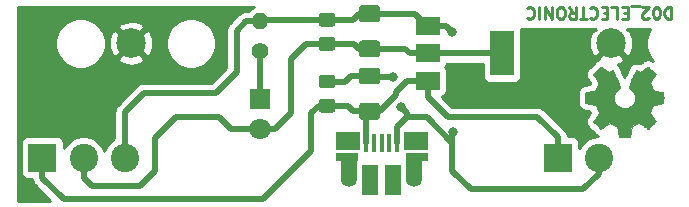
<source format=gbr>
G04 #@! TF.GenerationSoftware,KiCad,Pcbnew,5.1.5-52549c5~86~ubuntu18.04.1*
G04 #@! TF.CreationDate,2020-09-17T20:32:56-05:00*
G04 #@! TF.ProjectId,D02,4430322e-6b69-4636-9164-5f7063625858,rev?*
G04 #@! TF.SameCoordinates,Original*
G04 #@! TF.FileFunction,Copper,L1,Top*
G04 #@! TF.FilePolarity,Positive*
%FSLAX46Y46*%
G04 Gerber Fmt 4.6, Leading zero omitted, Abs format (unit mm)*
G04 Created by KiCad (PCBNEW 5.1.5-52549c5~86~ubuntu18.04.1) date 2020-09-17 20:32:56*
%MOMM*%
%LPD*%
G04 APERTURE LIST*
%ADD10C,0.250000*%
%ADD11C,0.010000*%
%ADD12R,2.000000X1.500000*%
%ADD13R,2.000000X3.800000*%
%ADD14O,1.400000X1.400000*%
%ADD15C,1.400000*%
%ADD16C,2.400000*%
%ADD17R,2.400000X2.400000*%
%ADD18C,1.800000*%
%ADD19R,1.800000X1.800000*%
%ADD20C,0.100000*%
%ADD21R,1.430000X2.500000*%
%ADD22O,1.350000X1.700000*%
%ADD23O,1.100000X1.500000*%
%ADD24R,0.400000X1.650000*%
%ADD25R,1.825000X0.700000*%
%ADD26R,1.350000X2.000000*%
%ADD27C,2.499360*%
%ADD28C,0.800000*%
%ADD29C,0.500000*%
%ADD30C,0.254000*%
G04 APERTURE END LIST*
D10*
X75997628Y-20731219D02*
X75997628Y-21731219D01*
X75759533Y-21731219D01*
X75616676Y-21683600D01*
X75521438Y-21588361D01*
X75473819Y-21493123D01*
X75426200Y-21302647D01*
X75426200Y-21159790D01*
X75473819Y-20969314D01*
X75521438Y-20874076D01*
X75616676Y-20778838D01*
X75759533Y-20731219D01*
X75997628Y-20731219D01*
X74807152Y-21731219D02*
X74711914Y-21731219D01*
X74616676Y-21683600D01*
X74569057Y-21635980D01*
X74521438Y-21540742D01*
X74473819Y-21350266D01*
X74473819Y-21112171D01*
X74521438Y-20921695D01*
X74569057Y-20826457D01*
X74616676Y-20778838D01*
X74711914Y-20731219D01*
X74807152Y-20731219D01*
X74902390Y-20778838D01*
X74950009Y-20826457D01*
X74997628Y-20921695D01*
X75045247Y-21112171D01*
X75045247Y-21350266D01*
X74997628Y-21540742D01*
X74950009Y-21635980D01*
X74902390Y-21683600D01*
X74807152Y-21731219D01*
X74092866Y-21635980D02*
X74045247Y-21683600D01*
X73950009Y-21731219D01*
X73711914Y-21731219D01*
X73616676Y-21683600D01*
X73569057Y-21635980D01*
X73521438Y-21540742D01*
X73521438Y-21445504D01*
X73569057Y-21302647D01*
X74140485Y-20731219D01*
X73521438Y-20731219D01*
X73330961Y-20635980D02*
X72569057Y-20635980D01*
X72330961Y-21255028D02*
X71997628Y-21255028D01*
X71854771Y-20731219D02*
X72330961Y-20731219D01*
X72330961Y-21731219D01*
X71854771Y-21731219D01*
X70950009Y-20731219D02*
X71426200Y-20731219D01*
X71426200Y-21731219D01*
X70616676Y-21255028D02*
X70283342Y-21255028D01*
X70140485Y-20731219D02*
X70616676Y-20731219D01*
X70616676Y-21731219D01*
X70140485Y-21731219D01*
X69140485Y-20826457D02*
X69188104Y-20778838D01*
X69330961Y-20731219D01*
X69426200Y-20731219D01*
X69569057Y-20778838D01*
X69664295Y-20874076D01*
X69711914Y-20969314D01*
X69759533Y-21159790D01*
X69759533Y-21302647D01*
X69711914Y-21493123D01*
X69664295Y-21588361D01*
X69569057Y-21683600D01*
X69426200Y-21731219D01*
X69330961Y-21731219D01*
X69188104Y-21683600D01*
X69140485Y-21635980D01*
X68854771Y-21731219D02*
X68283342Y-21731219D01*
X68569057Y-20731219D02*
X68569057Y-21731219D01*
X67378580Y-20731219D02*
X67711914Y-21207409D01*
X67950009Y-20731219D02*
X67950009Y-21731219D01*
X67569057Y-21731219D01*
X67473819Y-21683600D01*
X67426200Y-21635980D01*
X67378580Y-21540742D01*
X67378580Y-21397885D01*
X67426200Y-21302647D01*
X67473819Y-21255028D01*
X67569057Y-21207409D01*
X67950009Y-21207409D01*
X66759533Y-21731219D02*
X66569057Y-21731219D01*
X66473819Y-21683600D01*
X66378580Y-21588361D01*
X66330961Y-21397885D01*
X66330961Y-21064552D01*
X66378580Y-20874076D01*
X66473819Y-20778838D01*
X66569057Y-20731219D01*
X66759533Y-20731219D01*
X66854771Y-20778838D01*
X66950009Y-20874076D01*
X66997628Y-21064552D01*
X66997628Y-21397885D01*
X66950009Y-21588361D01*
X66854771Y-21683600D01*
X66759533Y-21731219D01*
X65902390Y-20731219D02*
X65902390Y-21731219D01*
X65330961Y-20731219D01*
X65330961Y-21731219D01*
X64854771Y-20731219D02*
X64854771Y-21731219D01*
X63807152Y-20826457D02*
X63854771Y-20778838D01*
X63997628Y-20731219D01*
X64092866Y-20731219D01*
X64235723Y-20778838D01*
X64330961Y-20874076D01*
X64378580Y-20969314D01*
X64426200Y-21159790D01*
X64426200Y-21302647D01*
X64378580Y-21493123D01*
X64330961Y-21588361D01*
X64235723Y-21683600D01*
X64092866Y-21731219D01*
X63997628Y-21731219D01*
X63854771Y-21683600D01*
X63807152Y-21635980D01*
D11*
G36*
X71503986Y-31258469D02*
G01*
X71420165Y-30813845D01*
X71110880Y-30686347D01*
X70801594Y-30558849D01*
X70430554Y-30811154D01*
X70326643Y-30881404D01*
X70232713Y-30944128D01*
X70153148Y-30996462D01*
X70092330Y-31035543D01*
X70054643Y-31058507D01*
X70044379Y-31063458D01*
X70025890Y-31050724D01*
X69986380Y-31015518D01*
X69930278Y-30962338D01*
X69862013Y-30895682D01*
X69786014Y-30820046D01*
X69706708Y-30739928D01*
X69628525Y-30659826D01*
X69555893Y-30584236D01*
X69493241Y-30517655D01*
X69444997Y-30464582D01*
X69415590Y-30429513D01*
X69408559Y-30417777D01*
X69418677Y-30396140D01*
X69447041Y-30348738D01*
X69490671Y-30280207D01*
X69546582Y-30195185D01*
X69611794Y-30098307D01*
X69649581Y-30043050D01*
X69718457Y-29942152D01*
X69779660Y-29851101D01*
X69830222Y-29774430D01*
X69867172Y-29716672D01*
X69887542Y-29682357D01*
X69890603Y-29675146D01*
X69883664Y-29654652D01*
X69864749Y-29606887D01*
X69836713Y-29538568D01*
X69802409Y-29456411D01*
X69764691Y-29367130D01*
X69726413Y-29277442D01*
X69690430Y-29194062D01*
X69659594Y-29123706D01*
X69636761Y-29073090D01*
X69624783Y-29048929D01*
X69624076Y-29047978D01*
X69605269Y-29043364D01*
X69555182Y-29033072D01*
X69479007Y-29018113D01*
X69381935Y-28999499D01*
X69269157Y-28978241D01*
X69203358Y-28965982D01*
X69082850Y-28943038D01*
X68974003Y-28921205D01*
X68882324Y-28901678D01*
X68813319Y-28885652D01*
X68772496Y-28874321D01*
X68764289Y-28870726D01*
X68756252Y-28846394D01*
X68749767Y-28791441D01*
X68744830Y-28712292D01*
X68741436Y-28615374D01*
X68739582Y-28507113D01*
X68739262Y-28393935D01*
X68740473Y-28282265D01*
X68743210Y-28178532D01*
X68747469Y-28089159D01*
X68753245Y-28020574D01*
X68760533Y-27979203D01*
X68764905Y-27970590D01*
X68791036Y-27960267D01*
X68846407Y-27945508D01*
X68923693Y-27928048D01*
X69015570Y-27909620D01*
X69047642Y-27903659D01*
X69202276Y-27875334D01*
X69324425Y-27852524D01*
X69418127Y-27834320D01*
X69487416Y-27819817D01*
X69536329Y-27808108D01*
X69568903Y-27798285D01*
X69589172Y-27789444D01*
X69601174Y-27780676D01*
X69602853Y-27778943D01*
X69619616Y-27751029D01*
X69645186Y-27696705D01*
X69677012Y-27622623D01*
X69712540Y-27535435D01*
X69749217Y-27441792D01*
X69784489Y-27348348D01*
X69815804Y-27261753D01*
X69840607Y-27188660D01*
X69856346Y-27135722D01*
X69860468Y-27109589D01*
X69860124Y-27108674D01*
X69846159Y-27087314D01*
X69814478Y-27040316D01*
X69768409Y-26972573D01*
X69711282Y-26888977D01*
X69646427Y-26794418D01*
X69627957Y-26767546D01*
X69562101Y-26670125D01*
X69504150Y-26581237D01*
X69457262Y-26505988D01*
X69424593Y-26449480D01*
X69409300Y-26416819D01*
X69408559Y-26412807D01*
X69421408Y-26391716D01*
X69456912Y-26349936D01*
X69510507Y-26291955D01*
X69577629Y-26222265D01*
X69653713Y-26145355D01*
X69734196Y-26065717D01*
X69814513Y-25987839D01*
X69890101Y-25916214D01*
X69956395Y-25855330D01*
X70008831Y-25809679D01*
X70042845Y-25783750D01*
X70052255Y-25779517D01*
X70074157Y-25789488D01*
X70119000Y-25816380D01*
X70179479Y-25855664D01*
X70226011Y-25887283D01*
X70310325Y-25945302D01*
X70410174Y-26013616D01*
X70510327Y-26081821D01*
X70564173Y-26118325D01*
X70746429Y-26241600D01*
X70899419Y-26158880D01*
X70969118Y-26122641D01*
X71028386Y-26094474D01*
X71068489Y-26078409D01*
X71078697Y-26076174D01*
X71090971Y-26092678D01*
X71115187Y-26139318D01*
X71149537Y-26211791D01*
X71192212Y-26305794D01*
X71241406Y-26417026D01*
X71295310Y-26541185D01*
X71352116Y-26673968D01*
X71410018Y-26811073D01*
X71467207Y-26948198D01*
X71521876Y-27081042D01*
X71572216Y-27205302D01*
X71616420Y-27316675D01*
X71652681Y-27410861D01*
X71679191Y-27483556D01*
X71694142Y-27530459D01*
X71696546Y-27546567D01*
X71677489Y-27567114D01*
X71635764Y-27600467D01*
X71580094Y-27639698D01*
X71575422Y-27642801D01*
X71431536Y-27757977D01*
X71315517Y-27892347D01*
X71228370Y-28041616D01*
X71171101Y-28201487D01*
X71144714Y-28367663D01*
X71150215Y-28535848D01*
X71188610Y-28701745D01*
X71260905Y-28861058D01*
X71282174Y-28895913D01*
X71392804Y-29036663D01*
X71523498Y-29149686D01*
X71669736Y-29234397D01*
X71826992Y-29290206D01*
X71990743Y-29316526D01*
X72156467Y-29312770D01*
X72319638Y-29278350D01*
X72475735Y-29212677D01*
X72620233Y-29115165D01*
X72664931Y-29075587D01*
X72778688Y-28951697D01*
X72861582Y-28821276D01*
X72918444Y-28675085D01*
X72950113Y-28530312D01*
X72957931Y-28367540D01*
X72931862Y-28203960D01*
X72874555Y-28045102D01*
X72788656Y-27896494D01*
X72676814Y-27763665D01*
X72541677Y-27652144D01*
X72523917Y-27640389D01*
X72467650Y-27601892D01*
X72424877Y-27568537D01*
X72404428Y-27547240D01*
X72404131Y-27546567D01*
X72408521Y-27523529D01*
X72425924Y-27471243D01*
X72454532Y-27394010D01*
X72492535Y-27296132D01*
X72538126Y-27181909D01*
X72589497Y-27055642D01*
X72644838Y-26921633D01*
X72702342Y-26784182D01*
X72760199Y-26647592D01*
X72816602Y-26516163D01*
X72869742Y-26394195D01*
X72917810Y-26285991D01*
X72958999Y-26195851D01*
X72991499Y-26128077D01*
X73013503Y-26086970D01*
X73022364Y-26076174D01*
X73049440Y-26084581D01*
X73100103Y-26107128D01*
X73165617Y-26139787D01*
X73201641Y-26158880D01*
X73354632Y-26241600D01*
X73536888Y-26118325D01*
X73629925Y-26055172D01*
X73731785Y-25985673D01*
X73827238Y-25920235D01*
X73875050Y-25887283D01*
X73942295Y-25842127D01*
X73999236Y-25806343D01*
X74038446Y-25784462D01*
X74051181Y-25779837D01*
X74069717Y-25792315D01*
X74110741Y-25827148D01*
X74170275Y-25880722D01*
X74244342Y-25949417D01*
X74328965Y-26029619D01*
X74382485Y-26081114D01*
X74476119Y-26173114D01*
X74557041Y-26255401D01*
X74621977Y-26324455D01*
X74667658Y-26376756D01*
X74690811Y-26408784D01*
X74693032Y-26415284D01*
X74682724Y-26440006D01*
X74654239Y-26489995D01*
X74610737Y-26560188D01*
X74555377Y-26645525D01*
X74491320Y-26740944D01*
X74473103Y-26767546D01*
X74406727Y-26864233D01*
X74347178Y-26951283D01*
X74297784Y-27023805D01*
X74261875Y-27076907D01*
X74242781Y-27105697D01*
X74240936Y-27108674D01*
X74243695Y-27131618D01*
X74258338Y-27182064D01*
X74282313Y-27253359D01*
X74313066Y-27338853D01*
X74348044Y-27431893D01*
X74384693Y-27525826D01*
X74420461Y-27614001D01*
X74452794Y-27689766D01*
X74479138Y-27746469D01*
X74496942Y-27777457D01*
X74498207Y-27778943D01*
X74509094Y-27787799D01*
X74527482Y-27796557D01*
X74557406Y-27806123D01*
X74602903Y-27817404D01*
X74668009Y-27831307D01*
X74756761Y-27848737D01*
X74873193Y-27870602D01*
X75021342Y-27897809D01*
X75053418Y-27903659D01*
X75148486Y-27922026D01*
X75231365Y-27939995D01*
X75294730Y-27955831D01*
X75331258Y-27967800D01*
X75336156Y-27970590D01*
X75344227Y-27995328D01*
X75350787Y-28050610D01*
X75355833Y-28130011D01*
X75359359Y-28227104D01*
X75361361Y-28335462D01*
X75361836Y-28448660D01*
X75360777Y-28560272D01*
X75358182Y-28663871D01*
X75354046Y-28753032D01*
X75348363Y-28821328D01*
X75341131Y-28862334D01*
X75336771Y-28870726D01*
X75312498Y-28879192D01*
X75257226Y-28892965D01*
X75176462Y-28910850D01*
X75075712Y-28931652D01*
X74960483Y-28954177D01*
X74897702Y-28965982D01*
X74778587Y-28988249D01*
X74672365Y-29008421D01*
X74584227Y-29025485D01*
X74519366Y-29038431D01*
X74482974Y-29046245D01*
X74476984Y-29047978D01*
X74466861Y-29067510D01*
X74445462Y-29114557D01*
X74415639Y-29182397D01*
X74380245Y-29264309D01*
X74342132Y-29353572D01*
X74304153Y-29443465D01*
X74269160Y-29527265D01*
X74240006Y-29598253D01*
X74219543Y-29649706D01*
X74210623Y-29674903D01*
X74210457Y-29676004D01*
X74220569Y-29695881D01*
X74248917Y-29741623D01*
X74292523Y-29808683D01*
X74348406Y-29892516D01*
X74413587Y-29988574D01*
X74451479Y-30043750D01*
X74520525Y-30144919D01*
X74581850Y-30236770D01*
X74632463Y-30314656D01*
X74669371Y-30373931D01*
X74689582Y-30409949D01*
X74692501Y-30418023D01*
X74679953Y-30436816D01*
X74645263Y-30476943D01*
X74592863Y-30533907D01*
X74527184Y-30603215D01*
X74452656Y-30680369D01*
X74373713Y-30760875D01*
X74294783Y-30840237D01*
X74220300Y-30913960D01*
X74154694Y-30977548D01*
X74102396Y-31026506D01*
X74067839Y-31056339D01*
X74056278Y-31063458D01*
X74037454Y-31053447D01*
X73992431Y-31025322D01*
X73925587Y-30981946D01*
X73841299Y-30926182D01*
X73743944Y-30860894D01*
X73670507Y-30811154D01*
X73299467Y-30558849D01*
X72680895Y-30813845D01*
X72597075Y-31258469D01*
X72513254Y-31703093D01*
X71587806Y-31703093D01*
X71503986Y-31258469D01*
G37*
X71503986Y-31258469D02*
X71420165Y-30813845D01*
X71110880Y-30686347D01*
X70801594Y-30558849D01*
X70430554Y-30811154D01*
X70326643Y-30881404D01*
X70232713Y-30944128D01*
X70153148Y-30996462D01*
X70092330Y-31035543D01*
X70054643Y-31058507D01*
X70044379Y-31063458D01*
X70025890Y-31050724D01*
X69986380Y-31015518D01*
X69930278Y-30962338D01*
X69862013Y-30895682D01*
X69786014Y-30820046D01*
X69706708Y-30739928D01*
X69628525Y-30659826D01*
X69555893Y-30584236D01*
X69493241Y-30517655D01*
X69444997Y-30464582D01*
X69415590Y-30429513D01*
X69408559Y-30417777D01*
X69418677Y-30396140D01*
X69447041Y-30348738D01*
X69490671Y-30280207D01*
X69546582Y-30195185D01*
X69611794Y-30098307D01*
X69649581Y-30043050D01*
X69718457Y-29942152D01*
X69779660Y-29851101D01*
X69830222Y-29774430D01*
X69867172Y-29716672D01*
X69887542Y-29682357D01*
X69890603Y-29675146D01*
X69883664Y-29654652D01*
X69864749Y-29606887D01*
X69836713Y-29538568D01*
X69802409Y-29456411D01*
X69764691Y-29367130D01*
X69726413Y-29277442D01*
X69690430Y-29194062D01*
X69659594Y-29123706D01*
X69636761Y-29073090D01*
X69624783Y-29048929D01*
X69624076Y-29047978D01*
X69605269Y-29043364D01*
X69555182Y-29033072D01*
X69479007Y-29018113D01*
X69381935Y-28999499D01*
X69269157Y-28978241D01*
X69203358Y-28965982D01*
X69082850Y-28943038D01*
X68974003Y-28921205D01*
X68882324Y-28901678D01*
X68813319Y-28885652D01*
X68772496Y-28874321D01*
X68764289Y-28870726D01*
X68756252Y-28846394D01*
X68749767Y-28791441D01*
X68744830Y-28712292D01*
X68741436Y-28615374D01*
X68739582Y-28507113D01*
X68739262Y-28393935D01*
X68740473Y-28282265D01*
X68743210Y-28178532D01*
X68747469Y-28089159D01*
X68753245Y-28020574D01*
X68760533Y-27979203D01*
X68764905Y-27970590D01*
X68791036Y-27960267D01*
X68846407Y-27945508D01*
X68923693Y-27928048D01*
X69015570Y-27909620D01*
X69047642Y-27903659D01*
X69202276Y-27875334D01*
X69324425Y-27852524D01*
X69418127Y-27834320D01*
X69487416Y-27819817D01*
X69536329Y-27808108D01*
X69568903Y-27798285D01*
X69589172Y-27789444D01*
X69601174Y-27780676D01*
X69602853Y-27778943D01*
X69619616Y-27751029D01*
X69645186Y-27696705D01*
X69677012Y-27622623D01*
X69712540Y-27535435D01*
X69749217Y-27441792D01*
X69784489Y-27348348D01*
X69815804Y-27261753D01*
X69840607Y-27188660D01*
X69856346Y-27135722D01*
X69860468Y-27109589D01*
X69860124Y-27108674D01*
X69846159Y-27087314D01*
X69814478Y-27040316D01*
X69768409Y-26972573D01*
X69711282Y-26888977D01*
X69646427Y-26794418D01*
X69627957Y-26767546D01*
X69562101Y-26670125D01*
X69504150Y-26581237D01*
X69457262Y-26505988D01*
X69424593Y-26449480D01*
X69409300Y-26416819D01*
X69408559Y-26412807D01*
X69421408Y-26391716D01*
X69456912Y-26349936D01*
X69510507Y-26291955D01*
X69577629Y-26222265D01*
X69653713Y-26145355D01*
X69734196Y-26065717D01*
X69814513Y-25987839D01*
X69890101Y-25916214D01*
X69956395Y-25855330D01*
X70008831Y-25809679D01*
X70042845Y-25783750D01*
X70052255Y-25779517D01*
X70074157Y-25789488D01*
X70119000Y-25816380D01*
X70179479Y-25855664D01*
X70226011Y-25887283D01*
X70310325Y-25945302D01*
X70410174Y-26013616D01*
X70510327Y-26081821D01*
X70564173Y-26118325D01*
X70746429Y-26241600D01*
X70899419Y-26158880D01*
X70969118Y-26122641D01*
X71028386Y-26094474D01*
X71068489Y-26078409D01*
X71078697Y-26076174D01*
X71090971Y-26092678D01*
X71115187Y-26139318D01*
X71149537Y-26211791D01*
X71192212Y-26305794D01*
X71241406Y-26417026D01*
X71295310Y-26541185D01*
X71352116Y-26673968D01*
X71410018Y-26811073D01*
X71467207Y-26948198D01*
X71521876Y-27081042D01*
X71572216Y-27205302D01*
X71616420Y-27316675D01*
X71652681Y-27410861D01*
X71679191Y-27483556D01*
X71694142Y-27530459D01*
X71696546Y-27546567D01*
X71677489Y-27567114D01*
X71635764Y-27600467D01*
X71580094Y-27639698D01*
X71575422Y-27642801D01*
X71431536Y-27757977D01*
X71315517Y-27892347D01*
X71228370Y-28041616D01*
X71171101Y-28201487D01*
X71144714Y-28367663D01*
X71150215Y-28535848D01*
X71188610Y-28701745D01*
X71260905Y-28861058D01*
X71282174Y-28895913D01*
X71392804Y-29036663D01*
X71523498Y-29149686D01*
X71669736Y-29234397D01*
X71826992Y-29290206D01*
X71990743Y-29316526D01*
X72156467Y-29312770D01*
X72319638Y-29278350D01*
X72475735Y-29212677D01*
X72620233Y-29115165D01*
X72664931Y-29075587D01*
X72778688Y-28951697D01*
X72861582Y-28821276D01*
X72918444Y-28675085D01*
X72950113Y-28530312D01*
X72957931Y-28367540D01*
X72931862Y-28203960D01*
X72874555Y-28045102D01*
X72788656Y-27896494D01*
X72676814Y-27763665D01*
X72541677Y-27652144D01*
X72523917Y-27640389D01*
X72467650Y-27601892D01*
X72424877Y-27568537D01*
X72404428Y-27547240D01*
X72404131Y-27546567D01*
X72408521Y-27523529D01*
X72425924Y-27471243D01*
X72454532Y-27394010D01*
X72492535Y-27296132D01*
X72538126Y-27181909D01*
X72589497Y-27055642D01*
X72644838Y-26921633D01*
X72702342Y-26784182D01*
X72760199Y-26647592D01*
X72816602Y-26516163D01*
X72869742Y-26394195D01*
X72917810Y-26285991D01*
X72958999Y-26195851D01*
X72991499Y-26128077D01*
X73013503Y-26086970D01*
X73022364Y-26076174D01*
X73049440Y-26084581D01*
X73100103Y-26107128D01*
X73165617Y-26139787D01*
X73201641Y-26158880D01*
X73354632Y-26241600D01*
X73536888Y-26118325D01*
X73629925Y-26055172D01*
X73731785Y-25985673D01*
X73827238Y-25920235D01*
X73875050Y-25887283D01*
X73942295Y-25842127D01*
X73999236Y-25806343D01*
X74038446Y-25784462D01*
X74051181Y-25779837D01*
X74069717Y-25792315D01*
X74110741Y-25827148D01*
X74170275Y-25880722D01*
X74244342Y-25949417D01*
X74328965Y-26029619D01*
X74382485Y-26081114D01*
X74476119Y-26173114D01*
X74557041Y-26255401D01*
X74621977Y-26324455D01*
X74667658Y-26376756D01*
X74690811Y-26408784D01*
X74693032Y-26415284D01*
X74682724Y-26440006D01*
X74654239Y-26489995D01*
X74610737Y-26560188D01*
X74555377Y-26645525D01*
X74491320Y-26740944D01*
X74473103Y-26767546D01*
X74406727Y-26864233D01*
X74347178Y-26951283D01*
X74297784Y-27023805D01*
X74261875Y-27076907D01*
X74242781Y-27105697D01*
X74240936Y-27108674D01*
X74243695Y-27131618D01*
X74258338Y-27182064D01*
X74282313Y-27253359D01*
X74313066Y-27338853D01*
X74348044Y-27431893D01*
X74384693Y-27525826D01*
X74420461Y-27614001D01*
X74452794Y-27689766D01*
X74479138Y-27746469D01*
X74496942Y-27777457D01*
X74498207Y-27778943D01*
X74509094Y-27787799D01*
X74527482Y-27796557D01*
X74557406Y-27806123D01*
X74602903Y-27817404D01*
X74668009Y-27831307D01*
X74756761Y-27848737D01*
X74873193Y-27870602D01*
X75021342Y-27897809D01*
X75053418Y-27903659D01*
X75148486Y-27922026D01*
X75231365Y-27939995D01*
X75294730Y-27955831D01*
X75331258Y-27967800D01*
X75336156Y-27970590D01*
X75344227Y-27995328D01*
X75350787Y-28050610D01*
X75355833Y-28130011D01*
X75359359Y-28227104D01*
X75361361Y-28335462D01*
X75361836Y-28448660D01*
X75360777Y-28560272D01*
X75358182Y-28663871D01*
X75354046Y-28753032D01*
X75348363Y-28821328D01*
X75341131Y-28862334D01*
X75336771Y-28870726D01*
X75312498Y-28879192D01*
X75257226Y-28892965D01*
X75176462Y-28910850D01*
X75075712Y-28931652D01*
X74960483Y-28954177D01*
X74897702Y-28965982D01*
X74778587Y-28988249D01*
X74672365Y-29008421D01*
X74584227Y-29025485D01*
X74519366Y-29038431D01*
X74482974Y-29046245D01*
X74476984Y-29047978D01*
X74466861Y-29067510D01*
X74445462Y-29114557D01*
X74415639Y-29182397D01*
X74380245Y-29264309D01*
X74342132Y-29353572D01*
X74304153Y-29443465D01*
X74269160Y-29527265D01*
X74240006Y-29598253D01*
X74219543Y-29649706D01*
X74210623Y-29674903D01*
X74210457Y-29676004D01*
X74220569Y-29695881D01*
X74248917Y-29741623D01*
X74292523Y-29808683D01*
X74348406Y-29892516D01*
X74413587Y-29988574D01*
X74451479Y-30043750D01*
X74520525Y-30144919D01*
X74581850Y-30236770D01*
X74632463Y-30314656D01*
X74669371Y-30373931D01*
X74689582Y-30409949D01*
X74692501Y-30418023D01*
X74679953Y-30436816D01*
X74645263Y-30476943D01*
X74592863Y-30533907D01*
X74527184Y-30603215D01*
X74452656Y-30680369D01*
X74373713Y-30760875D01*
X74294783Y-30840237D01*
X74220300Y-30913960D01*
X74154694Y-30977548D01*
X74102396Y-31026506D01*
X74067839Y-31056339D01*
X74056278Y-31063458D01*
X74037454Y-31053447D01*
X73992431Y-31025322D01*
X73925587Y-30981946D01*
X73841299Y-30926182D01*
X73743944Y-30860894D01*
X73670507Y-30811154D01*
X73299467Y-30558849D01*
X72680895Y-30813845D01*
X72597075Y-31258469D01*
X72513254Y-31703093D01*
X71587806Y-31703093D01*
X71503986Y-31258469D01*
D12*
X55397000Y-22363400D03*
X55397000Y-26963400D03*
X55397000Y-24663400D03*
D13*
X61697000Y-24663400D03*
D14*
X41173400Y-21960000D03*
D15*
X41173400Y-24500000D03*
D16*
X29758400Y-33477200D03*
X26258400Y-33477200D03*
D17*
X22758400Y-33477200D03*
D16*
X69895600Y-33477200D03*
D17*
X66395600Y-33477200D03*
D18*
X41173400Y-31040000D03*
D19*
X41173400Y-28500000D03*
G04 #@! TA.AperFunction,SMDPad,CuDef*
D20*
G36*
X47337505Y-21235804D02*
G01*
X47361773Y-21239404D01*
X47385572Y-21245365D01*
X47408671Y-21253630D01*
X47430850Y-21264120D01*
X47451893Y-21276732D01*
X47471599Y-21291347D01*
X47489777Y-21307823D01*
X47506253Y-21326001D01*
X47520868Y-21345707D01*
X47533480Y-21366750D01*
X47543970Y-21388929D01*
X47552235Y-21412028D01*
X47558196Y-21435827D01*
X47561796Y-21460095D01*
X47563000Y-21484599D01*
X47563000Y-22134601D01*
X47561796Y-22159105D01*
X47558196Y-22183373D01*
X47552235Y-22207172D01*
X47543970Y-22230271D01*
X47533480Y-22252450D01*
X47520868Y-22273493D01*
X47506253Y-22293199D01*
X47489777Y-22311377D01*
X47471599Y-22327853D01*
X47451893Y-22342468D01*
X47430850Y-22355080D01*
X47408671Y-22365570D01*
X47385572Y-22373835D01*
X47361773Y-22379796D01*
X47337505Y-22383396D01*
X47313001Y-22384600D01*
X46412999Y-22384600D01*
X46388495Y-22383396D01*
X46364227Y-22379796D01*
X46340428Y-22373835D01*
X46317329Y-22365570D01*
X46295150Y-22355080D01*
X46274107Y-22342468D01*
X46254401Y-22327853D01*
X46236223Y-22311377D01*
X46219747Y-22293199D01*
X46205132Y-22273493D01*
X46192520Y-22252450D01*
X46182030Y-22230271D01*
X46173765Y-22207172D01*
X46167804Y-22183373D01*
X46164204Y-22159105D01*
X46163000Y-22134601D01*
X46163000Y-21484599D01*
X46164204Y-21460095D01*
X46167804Y-21435827D01*
X46173765Y-21412028D01*
X46182030Y-21388929D01*
X46192520Y-21366750D01*
X46205132Y-21345707D01*
X46219747Y-21326001D01*
X46236223Y-21307823D01*
X46254401Y-21291347D01*
X46274107Y-21276732D01*
X46295150Y-21264120D01*
X46317329Y-21253630D01*
X46340428Y-21245365D01*
X46364227Y-21239404D01*
X46388495Y-21235804D01*
X46412999Y-21234600D01*
X47313001Y-21234600D01*
X47337505Y-21235804D01*
G37*
G04 #@! TD.AperFunction*
G04 #@! TA.AperFunction,SMDPad,CuDef*
G36*
X47337505Y-23285804D02*
G01*
X47361773Y-23289404D01*
X47385572Y-23295365D01*
X47408671Y-23303630D01*
X47430850Y-23314120D01*
X47451893Y-23326732D01*
X47471599Y-23341347D01*
X47489777Y-23357823D01*
X47506253Y-23376001D01*
X47520868Y-23395707D01*
X47533480Y-23416750D01*
X47543970Y-23438929D01*
X47552235Y-23462028D01*
X47558196Y-23485827D01*
X47561796Y-23510095D01*
X47563000Y-23534599D01*
X47563000Y-24184601D01*
X47561796Y-24209105D01*
X47558196Y-24233373D01*
X47552235Y-24257172D01*
X47543970Y-24280271D01*
X47533480Y-24302450D01*
X47520868Y-24323493D01*
X47506253Y-24343199D01*
X47489777Y-24361377D01*
X47471599Y-24377853D01*
X47451893Y-24392468D01*
X47430850Y-24405080D01*
X47408671Y-24415570D01*
X47385572Y-24423835D01*
X47361773Y-24429796D01*
X47337505Y-24433396D01*
X47313001Y-24434600D01*
X46412999Y-24434600D01*
X46388495Y-24433396D01*
X46364227Y-24429796D01*
X46340428Y-24423835D01*
X46317329Y-24415570D01*
X46295150Y-24405080D01*
X46274107Y-24392468D01*
X46254401Y-24377853D01*
X46236223Y-24361377D01*
X46219747Y-24343199D01*
X46205132Y-24323493D01*
X46192520Y-24302450D01*
X46182030Y-24280271D01*
X46173765Y-24257172D01*
X46167804Y-24233373D01*
X46164204Y-24209105D01*
X46163000Y-24184601D01*
X46163000Y-23534599D01*
X46164204Y-23510095D01*
X46167804Y-23485827D01*
X46173765Y-23462028D01*
X46182030Y-23438929D01*
X46192520Y-23416750D01*
X46205132Y-23395707D01*
X46219747Y-23376001D01*
X46236223Y-23357823D01*
X46254401Y-23341347D01*
X46274107Y-23326732D01*
X46295150Y-23314120D01*
X46317329Y-23303630D01*
X46340428Y-23295365D01*
X46364227Y-23289404D01*
X46388495Y-23285804D01*
X46412999Y-23284600D01*
X47313001Y-23284600D01*
X47337505Y-23285804D01*
G37*
G04 #@! TD.AperFunction*
G04 #@! TA.AperFunction,SMDPad,CuDef*
G36*
X51119304Y-20585004D02*
G01*
X51143573Y-20588604D01*
X51167371Y-20594565D01*
X51190471Y-20602830D01*
X51212649Y-20613320D01*
X51233693Y-20625933D01*
X51253398Y-20640547D01*
X51271577Y-20657023D01*
X51288053Y-20675202D01*
X51302667Y-20694907D01*
X51315280Y-20715951D01*
X51325770Y-20738129D01*
X51334035Y-20761229D01*
X51339996Y-20785027D01*
X51343596Y-20809296D01*
X51344800Y-20833800D01*
X51344800Y-21758800D01*
X51343596Y-21783304D01*
X51339996Y-21807573D01*
X51334035Y-21831371D01*
X51325770Y-21854471D01*
X51315280Y-21876649D01*
X51302667Y-21897693D01*
X51288053Y-21917398D01*
X51271577Y-21935577D01*
X51253398Y-21952053D01*
X51233693Y-21966667D01*
X51212649Y-21979280D01*
X51190471Y-21989770D01*
X51167371Y-21998035D01*
X51143573Y-22003996D01*
X51119304Y-22007596D01*
X51094800Y-22008800D01*
X49844800Y-22008800D01*
X49820296Y-22007596D01*
X49796027Y-22003996D01*
X49772229Y-21998035D01*
X49749129Y-21989770D01*
X49726951Y-21979280D01*
X49705907Y-21966667D01*
X49686202Y-21952053D01*
X49668023Y-21935577D01*
X49651547Y-21917398D01*
X49636933Y-21897693D01*
X49624320Y-21876649D01*
X49613830Y-21854471D01*
X49605565Y-21831371D01*
X49599604Y-21807573D01*
X49596004Y-21783304D01*
X49594800Y-21758800D01*
X49594800Y-20833800D01*
X49596004Y-20809296D01*
X49599604Y-20785027D01*
X49605565Y-20761229D01*
X49613830Y-20738129D01*
X49624320Y-20715951D01*
X49636933Y-20694907D01*
X49651547Y-20675202D01*
X49668023Y-20657023D01*
X49686202Y-20640547D01*
X49705907Y-20625933D01*
X49726951Y-20613320D01*
X49749129Y-20602830D01*
X49772229Y-20594565D01*
X49796027Y-20588604D01*
X49820296Y-20585004D01*
X49844800Y-20583800D01*
X51094800Y-20583800D01*
X51119304Y-20585004D01*
G37*
G04 #@! TD.AperFunction*
G04 #@! TA.AperFunction,SMDPad,CuDef*
G36*
X51119304Y-23560004D02*
G01*
X51143573Y-23563604D01*
X51167371Y-23569565D01*
X51190471Y-23577830D01*
X51212649Y-23588320D01*
X51233693Y-23600933D01*
X51253398Y-23615547D01*
X51271577Y-23632023D01*
X51288053Y-23650202D01*
X51302667Y-23669907D01*
X51315280Y-23690951D01*
X51325770Y-23713129D01*
X51334035Y-23736229D01*
X51339996Y-23760027D01*
X51343596Y-23784296D01*
X51344800Y-23808800D01*
X51344800Y-24733800D01*
X51343596Y-24758304D01*
X51339996Y-24782573D01*
X51334035Y-24806371D01*
X51325770Y-24829471D01*
X51315280Y-24851649D01*
X51302667Y-24872693D01*
X51288053Y-24892398D01*
X51271577Y-24910577D01*
X51253398Y-24927053D01*
X51233693Y-24941667D01*
X51212649Y-24954280D01*
X51190471Y-24964770D01*
X51167371Y-24973035D01*
X51143573Y-24978996D01*
X51119304Y-24982596D01*
X51094800Y-24983800D01*
X49844800Y-24983800D01*
X49820296Y-24982596D01*
X49796027Y-24978996D01*
X49772229Y-24973035D01*
X49749129Y-24964770D01*
X49726951Y-24954280D01*
X49705907Y-24941667D01*
X49686202Y-24927053D01*
X49668023Y-24910577D01*
X49651547Y-24892398D01*
X49636933Y-24872693D01*
X49624320Y-24851649D01*
X49613830Y-24829471D01*
X49605565Y-24806371D01*
X49599604Y-24782573D01*
X49596004Y-24758304D01*
X49594800Y-24733800D01*
X49594800Y-23808800D01*
X49596004Y-23784296D01*
X49599604Y-23760027D01*
X49605565Y-23736229D01*
X49613830Y-23713129D01*
X49624320Y-23690951D01*
X49636933Y-23669907D01*
X49651547Y-23650202D01*
X49668023Y-23632023D01*
X49686202Y-23615547D01*
X49705907Y-23600933D01*
X49726951Y-23588320D01*
X49749129Y-23577830D01*
X49772229Y-23569565D01*
X49796027Y-23563604D01*
X49820296Y-23560004D01*
X49844800Y-23558800D01*
X51094800Y-23558800D01*
X51119304Y-23560004D01*
G37*
G04 #@! TD.AperFunction*
G04 #@! TA.AperFunction,SMDPad,CuDef*
G36*
X51119304Y-25868204D02*
G01*
X51143573Y-25871804D01*
X51167371Y-25877765D01*
X51190471Y-25886030D01*
X51212649Y-25896520D01*
X51233693Y-25909133D01*
X51253398Y-25923747D01*
X51271577Y-25940223D01*
X51288053Y-25958402D01*
X51302667Y-25978107D01*
X51315280Y-25999151D01*
X51325770Y-26021329D01*
X51334035Y-26044429D01*
X51339996Y-26068227D01*
X51343596Y-26092496D01*
X51344800Y-26117000D01*
X51344800Y-27042000D01*
X51343596Y-27066504D01*
X51339996Y-27090773D01*
X51334035Y-27114571D01*
X51325770Y-27137671D01*
X51315280Y-27159849D01*
X51302667Y-27180893D01*
X51288053Y-27200598D01*
X51271577Y-27218777D01*
X51253398Y-27235253D01*
X51233693Y-27249867D01*
X51212649Y-27262480D01*
X51190471Y-27272970D01*
X51167371Y-27281235D01*
X51143573Y-27287196D01*
X51119304Y-27290796D01*
X51094800Y-27292000D01*
X49844800Y-27292000D01*
X49820296Y-27290796D01*
X49796027Y-27287196D01*
X49772229Y-27281235D01*
X49749129Y-27272970D01*
X49726951Y-27262480D01*
X49705907Y-27249867D01*
X49686202Y-27235253D01*
X49668023Y-27218777D01*
X49651547Y-27200598D01*
X49636933Y-27180893D01*
X49624320Y-27159849D01*
X49613830Y-27137671D01*
X49605565Y-27114571D01*
X49599604Y-27090773D01*
X49596004Y-27066504D01*
X49594800Y-27042000D01*
X49594800Y-26117000D01*
X49596004Y-26092496D01*
X49599604Y-26068227D01*
X49605565Y-26044429D01*
X49613830Y-26021329D01*
X49624320Y-25999151D01*
X49636933Y-25978107D01*
X49651547Y-25958402D01*
X49668023Y-25940223D01*
X49686202Y-25923747D01*
X49705907Y-25909133D01*
X49726951Y-25896520D01*
X49749129Y-25886030D01*
X49772229Y-25877765D01*
X49796027Y-25871804D01*
X49820296Y-25868204D01*
X49844800Y-25867000D01*
X51094800Y-25867000D01*
X51119304Y-25868204D01*
G37*
G04 #@! TD.AperFunction*
G04 #@! TA.AperFunction,SMDPad,CuDef*
G36*
X51119304Y-28843204D02*
G01*
X51143573Y-28846804D01*
X51167371Y-28852765D01*
X51190471Y-28861030D01*
X51212649Y-28871520D01*
X51233693Y-28884133D01*
X51253398Y-28898747D01*
X51271577Y-28915223D01*
X51288053Y-28933402D01*
X51302667Y-28953107D01*
X51315280Y-28974151D01*
X51325770Y-28996329D01*
X51334035Y-29019429D01*
X51339996Y-29043227D01*
X51343596Y-29067496D01*
X51344800Y-29092000D01*
X51344800Y-30017000D01*
X51343596Y-30041504D01*
X51339996Y-30065773D01*
X51334035Y-30089571D01*
X51325770Y-30112671D01*
X51315280Y-30134849D01*
X51302667Y-30155893D01*
X51288053Y-30175598D01*
X51271577Y-30193777D01*
X51253398Y-30210253D01*
X51233693Y-30224867D01*
X51212649Y-30237480D01*
X51190471Y-30247970D01*
X51167371Y-30256235D01*
X51143573Y-30262196D01*
X51119304Y-30265796D01*
X51094800Y-30267000D01*
X49844800Y-30267000D01*
X49820296Y-30265796D01*
X49796027Y-30262196D01*
X49772229Y-30256235D01*
X49749129Y-30247970D01*
X49726951Y-30237480D01*
X49705907Y-30224867D01*
X49686202Y-30210253D01*
X49668023Y-30193777D01*
X49651547Y-30175598D01*
X49636933Y-30155893D01*
X49624320Y-30134849D01*
X49613830Y-30112671D01*
X49605565Y-30089571D01*
X49599604Y-30065773D01*
X49596004Y-30041504D01*
X49594800Y-30017000D01*
X49594800Y-29092000D01*
X49596004Y-29067496D01*
X49599604Y-29043227D01*
X49605565Y-29019429D01*
X49613830Y-28996329D01*
X49624320Y-28974151D01*
X49636933Y-28953107D01*
X49651547Y-28933402D01*
X49668023Y-28915223D01*
X49686202Y-28898747D01*
X49705907Y-28884133D01*
X49726951Y-28871520D01*
X49749129Y-28861030D01*
X49772229Y-28852765D01*
X49796027Y-28846804D01*
X49820296Y-28843204D01*
X49844800Y-28842000D01*
X51094800Y-28842000D01*
X51119304Y-28843204D01*
G37*
G04 #@! TD.AperFunction*
G04 #@! TA.AperFunction,SMDPad,CuDef*
G36*
X47337505Y-26468204D02*
G01*
X47361773Y-26471804D01*
X47385572Y-26477765D01*
X47408671Y-26486030D01*
X47430850Y-26496520D01*
X47451893Y-26509132D01*
X47471599Y-26523747D01*
X47489777Y-26540223D01*
X47506253Y-26558401D01*
X47520868Y-26578107D01*
X47533480Y-26599150D01*
X47543970Y-26621329D01*
X47552235Y-26644428D01*
X47558196Y-26668227D01*
X47561796Y-26692495D01*
X47563000Y-26716999D01*
X47563000Y-27367001D01*
X47561796Y-27391505D01*
X47558196Y-27415773D01*
X47552235Y-27439572D01*
X47543970Y-27462671D01*
X47533480Y-27484850D01*
X47520868Y-27505893D01*
X47506253Y-27525599D01*
X47489777Y-27543777D01*
X47471599Y-27560253D01*
X47451893Y-27574868D01*
X47430850Y-27587480D01*
X47408671Y-27597970D01*
X47385572Y-27606235D01*
X47361773Y-27612196D01*
X47337505Y-27615796D01*
X47313001Y-27617000D01*
X46412999Y-27617000D01*
X46388495Y-27615796D01*
X46364227Y-27612196D01*
X46340428Y-27606235D01*
X46317329Y-27597970D01*
X46295150Y-27587480D01*
X46274107Y-27574868D01*
X46254401Y-27560253D01*
X46236223Y-27543777D01*
X46219747Y-27525599D01*
X46205132Y-27505893D01*
X46192520Y-27484850D01*
X46182030Y-27462671D01*
X46173765Y-27439572D01*
X46167804Y-27415773D01*
X46164204Y-27391505D01*
X46163000Y-27367001D01*
X46163000Y-26716999D01*
X46164204Y-26692495D01*
X46167804Y-26668227D01*
X46173765Y-26644428D01*
X46182030Y-26621329D01*
X46192520Y-26599150D01*
X46205132Y-26578107D01*
X46219747Y-26558401D01*
X46236223Y-26540223D01*
X46254401Y-26523747D01*
X46274107Y-26509132D01*
X46295150Y-26496520D01*
X46317329Y-26486030D01*
X46340428Y-26477765D01*
X46364227Y-26471804D01*
X46388495Y-26468204D01*
X46412999Y-26467000D01*
X47313001Y-26467000D01*
X47337505Y-26468204D01*
G37*
G04 #@! TD.AperFunction*
G04 #@! TA.AperFunction,SMDPad,CuDef*
G36*
X47337505Y-28518204D02*
G01*
X47361773Y-28521804D01*
X47385572Y-28527765D01*
X47408671Y-28536030D01*
X47430850Y-28546520D01*
X47451893Y-28559132D01*
X47471599Y-28573747D01*
X47489777Y-28590223D01*
X47506253Y-28608401D01*
X47520868Y-28628107D01*
X47533480Y-28649150D01*
X47543970Y-28671329D01*
X47552235Y-28694428D01*
X47558196Y-28718227D01*
X47561796Y-28742495D01*
X47563000Y-28766999D01*
X47563000Y-29417001D01*
X47561796Y-29441505D01*
X47558196Y-29465773D01*
X47552235Y-29489572D01*
X47543970Y-29512671D01*
X47533480Y-29534850D01*
X47520868Y-29555893D01*
X47506253Y-29575599D01*
X47489777Y-29593777D01*
X47471599Y-29610253D01*
X47451893Y-29624868D01*
X47430850Y-29637480D01*
X47408671Y-29647970D01*
X47385572Y-29656235D01*
X47361773Y-29662196D01*
X47337505Y-29665796D01*
X47313001Y-29667000D01*
X46412999Y-29667000D01*
X46388495Y-29665796D01*
X46364227Y-29662196D01*
X46340428Y-29656235D01*
X46317329Y-29647970D01*
X46295150Y-29637480D01*
X46274107Y-29624868D01*
X46254401Y-29610253D01*
X46236223Y-29593777D01*
X46219747Y-29575599D01*
X46205132Y-29555893D01*
X46192520Y-29534850D01*
X46182030Y-29512671D01*
X46173765Y-29489572D01*
X46167804Y-29465773D01*
X46164204Y-29441505D01*
X46163000Y-29417001D01*
X46163000Y-28766999D01*
X46164204Y-28742495D01*
X46167804Y-28718227D01*
X46173765Y-28694428D01*
X46182030Y-28671329D01*
X46192520Y-28649150D01*
X46205132Y-28628107D01*
X46219747Y-28608401D01*
X46236223Y-28590223D01*
X46254401Y-28573747D01*
X46274107Y-28559132D01*
X46295150Y-28546520D01*
X46317329Y-28536030D01*
X46340428Y-28527765D01*
X46364227Y-28521804D01*
X46388495Y-28518204D01*
X46412999Y-28517000D01*
X47313001Y-28517000D01*
X47337505Y-28518204D01*
G37*
G04 #@! TD.AperFunction*
D21*
X52446200Y-35370200D03*
X50526200Y-35370200D03*
D22*
X54216200Y-35100200D03*
X48756200Y-35100200D03*
D23*
X53906200Y-32100200D03*
X49066200Y-32100200D03*
D24*
X52786200Y-32220200D03*
X52136200Y-32220200D03*
X51486200Y-32220200D03*
X50836200Y-32220200D03*
X50186200Y-32220200D03*
D12*
X54386200Y-32100200D03*
X48636200Y-32120200D03*
D25*
X54486200Y-33420200D03*
X48536200Y-33420200D03*
D26*
X48756200Y-34170200D03*
X54236200Y-34170200D03*
D27*
X30280000Y-23810000D03*
X70920000Y-23810000D03*
D28*
X53136800Y-29210000D03*
X52451000Y-26644600D03*
X57505600Y-31292800D03*
X57480200Y-22885400D03*
D29*
X50469800Y-26579500D02*
X48883900Y-26579500D01*
X48421400Y-27042000D02*
X46863000Y-27042000D01*
X48883900Y-26579500D02*
X48421400Y-27042000D01*
X49081500Y-21809600D02*
X46863000Y-21809600D01*
X50469800Y-21296300D02*
X49594800Y-21296300D01*
X49594800Y-21296300D02*
X49081500Y-21809600D01*
X54329900Y-21296300D02*
X55397000Y-22363400D01*
X50469800Y-21296300D02*
X54329900Y-21296300D01*
X52786200Y-30895200D02*
X53607800Y-30073600D01*
X52786200Y-32220200D02*
X52786200Y-30895200D01*
X53607800Y-30073600D02*
X55346600Y-30073600D01*
X55346600Y-30073600D02*
X57480200Y-32207200D01*
X57480200Y-32207200D02*
X57480200Y-34594800D01*
X57480200Y-34594800D02*
X59055000Y-36169600D01*
X59055000Y-36169600D02*
X68580000Y-36169600D01*
X68580000Y-36169600D02*
X69900800Y-34848800D01*
X69900800Y-33482400D02*
X69895600Y-33477200D01*
X69900800Y-34848800D02*
X69900800Y-33482400D01*
X53607800Y-30073600D02*
X53607800Y-29681000D01*
X53607800Y-29681000D02*
X53136800Y-29210000D01*
X50534900Y-26644600D02*
X50469800Y-26579500D01*
X52451000Y-26644600D02*
X50534900Y-26644600D01*
X41323800Y-21809600D02*
X41173400Y-21960000D01*
X46863000Y-21809600D02*
X41323800Y-21809600D01*
X29758400Y-33477200D02*
X29758400Y-29652200D01*
X29758400Y-29652200D02*
X31394400Y-28016200D01*
X31394400Y-28016200D02*
X37439600Y-28016200D01*
X37439600Y-28016200D02*
X39217600Y-26238200D01*
X39217600Y-26238200D02*
X39217600Y-22733000D01*
X39990600Y-21960000D02*
X41173400Y-21960000D01*
X39217600Y-22733000D02*
X39990600Y-21960000D01*
X57480200Y-32207200D02*
X57480200Y-31318200D01*
X57480200Y-31318200D02*
X57505600Y-31292800D01*
X55397000Y-22363400D02*
X56958200Y-22363400D01*
X56958200Y-22363400D02*
X57080201Y-22485401D01*
X57080201Y-22485401D02*
X57480200Y-22885400D01*
X50186200Y-29838100D02*
X50469800Y-29554500D01*
X50186200Y-32220200D02*
X50186200Y-29838100D01*
X50469800Y-29554500D02*
X49112500Y-29554500D01*
X48650000Y-29092000D02*
X46863000Y-29092000D01*
X49112500Y-29554500D02*
X48650000Y-29092000D01*
X51344800Y-29554500D02*
X52705000Y-28194300D01*
X50469800Y-29554500D02*
X51344800Y-29554500D01*
X52705000Y-28194300D02*
X52705000Y-27914600D01*
X53656200Y-26963400D02*
X55397000Y-26963400D01*
X52705000Y-27914600D02*
X53656200Y-26963400D01*
X66395600Y-31777200D02*
X64692000Y-30073600D01*
X66395600Y-33477200D02*
X66395600Y-31777200D01*
X64692000Y-30073600D02*
X57124600Y-30073600D01*
X55397000Y-28346000D02*
X55397000Y-26963400D01*
X57124600Y-30073600D02*
X55397000Y-28346000D01*
X46163000Y-29092000D02*
X46863000Y-29092000D01*
X22758400Y-35177200D02*
X24563600Y-36982400D01*
X24563600Y-36982400D02*
X41478200Y-36982400D01*
X22758400Y-33477200D02*
X22758400Y-35177200D01*
X41478200Y-36982400D02*
X45542200Y-32918400D01*
X45542200Y-32918400D02*
X45542200Y-29712800D01*
X45542200Y-29712800D02*
X46163000Y-29092000D01*
X50887300Y-24663400D02*
X50495200Y-24271300D01*
X49594800Y-24271300D02*
X49174100Y-23850600D01*
X50469800Y-24271300D02*
X49594800Y-24271300D01*
X49165100Y-23859600D02*
X46863000Y-23859600D01*
X49174100Y-23850600D02*
X49165100Y-23859600D01*
X53504900Y-24271300D02*
X50469800Y-24271300D01*
X55397000Y-24663400D02*
X53897000Y-24663400D01*
X53897000Y-24663400D02*
X53504900Y-24271300D01*
X42446192Y-31040000D02*
X43815000Y-29671192D01*
X41173400Y-31040000D02*
X42446192Y-31040000D01*
X43815000Y-29671192D02*
X43815000Y-25171400D01*
X45126800Y-23859600D02*
X46863000Y-23859600D01*
X43815000Y-25171400D02*
X45126800Y-23859600D01*
X38710800Y-31040000D02*
X41173400Y-31040000D01*
X37719000Y-30048200D02*
X38710800Y-31040000D01*
X34061400Y-30048200D02*
X37719000Y-30048200D01*
X26258400Y-35174256D02*
X26999744Y-35915600D01*
X32283400Y-34645600D02*
X32283400Y-31826200D01*
X26999744Y-35915600D02*
X31013400Y-35915600D01*
X31013400Y-35915600D02*
X32283400Y-34645600D01*
X26258400Y-33477200D02*
X26258400Y-35174256D01*
X32283400Y-31826200D02*
X34061400Y-30048200D01*
X61697000Y-24663400D02*
X55586963Y-24663400D01*
X55586963Y-24663400D02*
X55397000Y-24663400D01*
X41173400Y-24500000D02*
X41173400Y-28500000D01*
D30*
G36*
X40541041Y-20776939D02*
G01*
X40322387Y-20923038D01*
X40170425Y-21075000D01*
X40034066Y-21075000D01*
X39990599Y-21070719D01*
X39947133Y-21075000D01*
X39947123Y-21075000D01*
X39817110Y-21087805D01*
X39650287Y-21138411D01*
X39496541Y-21220589D01*
X39496539Y-21220590D01*
X39496540Y-21220590D01*
X39395553Y-21303468D01*
X39395551Y-21303470D01*
X39361783Y-21331183D01*
X39334070Y-21364951D01*
X38622551Y-22076471D01*
X38588784Y-22104183D01*
X38561071Y-22137951D01*
X38561068Y-22137954D01*
X38478190Y-22238941D01*
X38396012Y-22392687D01*
X38345405Y-22559510D01*
X38328319Y-22733000D01*
X38332601Y-22776479D01*
X38332600Y-25871621D01*
X37073022Y-27131200D01*
X31437865Y-27131200D01*
X31394399Y-27126919D01*
X31350933Y-27131200D01*
X31350923Y-27131200D01*
X31220910Y-27144005D01*
X31054087Y-27194611D01*
X30900341Y-27276789D01*
X30889702Y-27285520D01*
X30799353Y-27359668D01*
X30799351Y-27359670D01*
X30765583Y-27387383D01*
X30737870Y-27421151D01*
X29163351Y-28995671D01*
X29129584Y-29023383D01*
X29101871Y-29057151D01*
X29101868Y-29057154D01*
X29018990Y-29158141D01*
X28936812Y-29311887D01*
X28886205Y-29478710D01*
X28869119Y-29652200D01*
X28873401Y-29695679D01*
X28873400Y-31861602D01*
X28588656Y-32051862D01*
X28333062Y-32307456D01*
X28132244Y-32608001D01*
X28008400Y-32906987D01*
X27884556Y-32608001D01*
X27683738Y-32307456D01*
X27428144Y-32051862D01*
X27127599Y-31851044D01*
X26793650Y-31712718D01*
X26439132Y-31642200D01*
X26077668Y-31642200D01*
X25723150Y-31712718D01*
X25389201Y-31851044D01*
X25088656Y-32051862D01*
X24833062Y-32307456D01*
X24632244Y-32608001D01*
X24596472Y-32694362D01*
X24596472Y-32277200D01*
X24584212Y-32152718D01*
X24547902Y-32033020D01*
X24488937Y-31922706D01*
X24409585Y-31826015D01*
X24312894Y-31746663D01*
X24202580Y-31687698D01*
X24082882Y-31651388D01*
X23958400Y-31639128D01*
X21558400Y-31639128D01*
X21433918Y-31651388D01*
X21314220Y-31687698D01*
X21203906Y-31746663D01*
X21107215Y-31826015D01*
X21027863Y-31922706D01*
X20968898Y-32033020D01*
X20932588Y-32152718D01*
X20920328Y-32277200D01*
X20920328Y-34677200D01*
X20932588Y-34801682D01*
X20968898Y-34921380D01*
X21027863Y-35031694D01*
X21107215Y-35128385D01*
X21203906Y-35207737D01*
X21314220Y-35266702D01*
X21433918Y-35303012D01*
X21558400Y-35315272D01*
X21882717Y-35315272D01*
X21886205Y-35350690D01*
X21936812Y-35517513D01*
X22018990Y-35671259D01*
X22101868Y-35772246D01*
X22101871Y-35772249D01*
X22129584Y-35806017D01*
X22163351Y-35833729D01*
X23449621Y-37120000D01*
X20701000Y-37120000D01*
X20701000Y-23599721D01*
X23865000Y-23599721D01*
X23865000Y-24020279D01*
X23947047Y-24432756D01*
X24107988Y-24821302D01*
X24341637Y-25170983D01*
X24639017Y-25468363D01*
X24988698Y-25702012D01*
X25377244Y-25862953D01*
X25789721Y-25945000D01*
X26210279Y-25945000D01*
X26622756Y-25862953D01*
X27011302Y-25702012D01*
X27360983Y-25468363D01*
X27658363Y-25170983D01*
X27690172Y-25123377D01*
X29146229Y-25123377D01*
X29272104Y-25413315D01*
X29604262Y-25579139D01*
X29962387Y-25676975D01*
X30332719Y-25703065D01*
X30701025Y-25656405D01*
X31053151Y-25538789D01*
X31287896Y-25413315D01*
X31413771Y-25123377D01*
X30280000Y-23989605D01*
X29146229Y-25123377D01*
X27690172Y-25123377D01*
X27892012Y-24821302D01*
X28052953Y-24432756D01*
X28135000Y-24020279D01*
X28135000Y-23862719D01*
X28386935Y-23862719D01*
X28433595Y-24231025D01*
X28551211Y-24583151D01*
X28676685Y-24817896D01*
X28966623Y-24943771D01*
X30100395Y-23810000D01*
X30459605Y-23810000D01*
X31593377Y-24943771D01*
X31883315Y-24817896D01*
X32049139Y-24485738D01*
X32146975Y-24127613D01*
X32173065Y-23757281D01*
X32153105Y-23599721D01*
X33225000Y-23599721D01*
X33225000Y-24020279D01*
X33307047Y-24432756D01*
X33467988Y-24821302D01*
X33701637Y-25170983D01*
X33999017Y-25468363D01*
X34348698Y-25702012D01*
X34737244Y-25862953D01*
X35149721Y-25945000D01*
X35570279Y-25945000D01*
X35982756Y-25862953D01*
X36371302Y-25702012D01*
X36720983Y-25468363D01*
X37018363Y-25170983D01*
X37252012Y-24821302D01*
X37412953Y-24432756D01*
X37495000Y-24020279D01*
X37495000Y-23599721D01*
X37412953Y-23187244D01*
X37252012Y-22798698D01*
X37018363Y-22449017D01*
X36720983Y-22151637D01*
X36371302Y-21917988D01*
X35982756Y-21757047D01*
X35570279Y-21675000D01*
X35149721Y-21675000D01*
X34737244Y-21757047D01*
X34348698Y-21917988D01*
X33999017Y-22151637D01*
X33701637Y-22449017D01*
X33467988Y-22798698D01*
X33307047Y-23187244D01*
X33225000Y-23599721D01*
X32153105Y-23599721D01*
X32126405Y-23388975D01*
X32008789Y-23036849D01*
X31883315Y-22802104D01*
X31593377Y-22676229D01*
X30459605Y-23810000D01*
X30100395Y-23810000D01*
X28966623Y-22676229D01*
X28676685Y-22802104D01*
X28510861Y-23134262D01*
X28413025Y-23492387D01*
X28386935Y-23862719D01*
X28135000Y-23862719D01*
X28135000Y-23599721D01*
X28052953Y-23187244D01*
X27892012Y-22798698D01*
X27690173Y-22496623D01*
X29146229Y-22496623D01*
X30280000Y-23630395D01*
X31413771Y-22496623D01*
X31287896Y-22206685D01*
X30955738Y-22040861D01*
X30597613Y-21943025D01*
X30227281Y-21916935D01*
X29858975Y-21963595D01*
X29506849Y-22081211D01*
X29272104Y-22206685D01*
X29146229Y-22496623D01*
X27690173Y-22496623D01*
X27658363Y-22449017D01*
X27360983Y-22151637D01*
X27011302Y-21917988D01*
X26622756Y-21757047D01*
X26210279Y-21675000D01*
X25789721Y-21675000D01*
X25377244Y-21757047D01*
X24988698Y-21917988D01*
X24639017Y-22151637D01*
X24341637Y-22449017D01*
X24107988Y-22798698D01*
X23947047Y-23187244D01*
X23865000Y-23599721D01*
X20701000Y-23599721D01*
X20701000Y-20726345D01*
X40684061Y-20717698D01*
X40541041Y-20776939D01*
G37*
X40541041Y-20776939D02*
X40322387Y-20923038D01*
X40170425Y-21075000D01*
X40034066Y-21075000D01*
X39990599Y-21070719D01*
X39947133Y-21075000D01*
X39947123Y-21075000D01*
X39817110Y-21087805D01*
X39650287Y-21138411D01*
X39496541Y-21220589D01*
X39496539Y-21220590D01*
X39496540Y-21220590D01*
X39395553Y-21303468D01*
X39395551Y-21303470D01*
X39361783Y-21331183D01*
X39334070Y-21364951D01*
X38622551Y-22076471D01*
X38588784Y-22104183D01*
X38561071Y-22137951D01*
X38561068Y-22137954D01*
X38478190Y-22238941D01*
X38396012Y-22392687D01*
X38345405Y-22559510D01*
X38328319Y-22733000D01*
X38332601Y-22776479D01*
X38332600Y-25871621D01*
X37073022Y-27131200D01*
X31437865Y-27131200D01*
X31394399Y-27126919D01*
X31350933Y-27131200D01*
X31350923Y-27131200D01*
X31220910Y-27144005D01*
X31054087Y-27194611D01*
X30900341Y-27276789D01*
X30889702Y-27285520D01*
X30799353Y-27359668D01*
X30799351Y-27359670D01*
X30765583Y-27387383D01*
X30737870Y-27421151D01*
X29163351Y-28995671D01*
X29129584Y-29023383D01*
X29101871Y-29057151D01*
X29101868Y-29057154D01*
X29018990Y-29158141D01*
X28936812Y-29311887D01*
X28886205Y-29478710D01*
X28869119Y-29652200D01*
X28873401Y-29695679D01*
X28873400Y-31861602D01*
X28588656Y-32051862D01*
X28333062Y-32307456D01*
X28132244Y-32608001D01*
X28008400Y-32906987D01*
X27884556Y-32608001D01*
X27683738Y-32307456D01*
X27428144Y-32051862D01*
X27127599Y-31851044D01*
X26793650Y-31712718D01*
X26439132Y-31642200D01*
X26077668Y-31642200D01*
X25723150Y-31712718D01*
X25389201Y-31851044D01*
X25088656Y-32051862D01*
X24833062Y-32307456D01*
X24632244Y-32608001D01*
X24596472Y-32694362D01*
X24596472Y-32277200D01*
X24584212Y-32152718D01*
X24547902Y-32033020D01*
X24488937Y-31922706D01*
X24409585Y-31826015D01*
X24312894Y-31746663D01*
X24202580Y-31687698D01*
X24082882Y-31651388D01*
X23958400Y-31639128D01*
X21558400Y-31639128D01*
X21433918Y-31651388D01*
X21314220Y-31687698D01*
X21203906Y-31746663D01*
X21107215Y-31826015D01*
X21027863Y-31922706D01*
X20968898Y-32033020D01*
X20932588Y-32152718D01*
X20920328Y-32277200D01*
X20920328Y-34677200D01*
X20932588Y-34801682D01*
X20968898Y-34921380D01*
X21027863Y-35031694D01*
X21107215Y-35128385D01*
X21203906Y-35207737D01*
X21314220Y-35266702D01*
X21433918Y-35303012D01*
X21558400Y-35315272D01*
X21882717Y-35315272D01*
X21886205Y-35350690D01*
X21936812Y-35517513D01*
X22018990Y-35671259D01*
X22101868Y-35772246D01*
X22101871Y-35772249D01*
X22129584Y-35806017D01*
X22163351Y-35833729D01*
X23449621Y-37120000D01*
X20701000Y-37120000D01*
X20701000Y-23599721D01*
X23865000Y-23599721D01*
X23865000Y-24020279D01*
X23947047Y-24432756D01*
X24107988Y-24821302D01*
X24341637Y-25170983D01*
X24639017Y-25468363D01*
X24988698Y-25702012D01*
X25377244Y-25862953D01*
X25789721Y-25945000D01*
X26210279Y-25945000D01*
X26622756Y-25862953D01*
X27011302Y-25702012D01*
X27360983Y-25468363D01*
X27658363Y-25170983D01*
X27690172Y-25123377D01*
X29146229Y-25123377D01*
X29272104Y-25413315D01*
X29604262Y-25579139D01*
X29962387Y-25676975D01*
X30332719Y-25703065D01*
X30701025Y-25656405D01*
X31053151Y-25538789D01*
X31287896Y-25413315D01*
X31413771Y-25123377D01*
X30280000Y-23989605D01*
X29146229Y-25123377D01*
X27690172Y-25123377D01*
X27892012Y-24821302D01*
X28052953Y-24432756D01*
X28135000Y-24020279D01*
X28135000Y-23862719D01*
X28386935Y-23862719D01*
X28433595Y-24231025D01*
X28551211Y-24583151D01*
X28676685Y-24817896D01*
X28966623Y-24943771D01*
X30100395Y-23810000D01*
X30459605Y-23810000D01*
X31593377Y-24943771D01*
X31883315Y-24817896D01*
X32049139Y-24485738D01*
X32146975Y-24127613D01*
X32173065Y-23757281D01*
X32153105Y-23599721D01*
X33225000Y-23599721D01*
X33225000Y-24020279D01*
X33307047Y-24432756D01*
X33467988Y-24821302D01*
X33701637Y-25170983D01*
X33999017Y-25468363D01*
X34348698Y-25702012D01*
X34737244Y-25862953D01*
X35149721Y-25945000D01*
X35570279Y-25945000D01*
X35982756Y-25862953D01*
X36371302Y-25702012D01*
X36720983Y-25468363D01*
X37018363Y-25170983D01*
X37252012Y-24821302D01*
X37412953Y-24432756D01*
X37495000Y-24020279D01*
X37495000Y-23599721D01*
X37412953Y-23187244D01*
X37252012Y-22798698D01*
X37018363Y-22449017D01*
X36720983Y-22151637D01*
X36371302Y-21917988D01*
X35982756Y-21757047D01*
X35570279Y-21675000D01*
X35149721Y-21675000D01*
X34737244Y-21757047D01*
X34348698Y-21917988D01*
X33999017Y-22151637D01*
X33701637Y-22449017D01*
X33467988Y-22798698D01*
X33307047Y-23187244D01*
X33225000Y-23599721D01*
X32153105Y-23599721D01*
X32126405Y-23388975D01*
X32008789Y-23036849D01*
X31883315Y-22802104D01*
X31593377Y-22676229D01*
X30459605Y-23810000D01*
X30100395Y-23810000D01*
X28966623Y-22676229D01*
X28676685Y-22802104D01*
X28510861Y-23134262D01*
X28413025Y-23492387D01*
X28386935Y-23862719D01*
X28135000Y-23862719D01*
X28135000Y-23599721D01*
X28052953Y-23187244D01*
X27892012Y-22798698D01*
X27690173Y-22496623D01*
X29146229Y-22496623D01*
X30280000Y-23630395D01*
X31413771Y-22496623D01*
X31287896Y-22206685D01*
X30955738Y-22040861D01*
X30597613Y-21943025D01*
X30227281Y-21916935D01*
X29858975Y-21963595D01*
X29506849Y-22081211D01*
X29272104Y-22206685D01*
X29146229Y-22496623D01*
X27690173Y-22496623D01*
X27658363Y-22449017D01*
X27360983Y-22151637D01*
X27011302Y-21917988D01*
X26622756Y-21757047D01*
X26210279Y-21675000D01*
X25789721Y-21675000D01*
X25377244Y-21757047D01*
X24988698Y-21917988D01*
X24639017Y-22151637D01*
X24341637Y-22449017D01*
X24107988Y-22798698D01*
X23947047Y-23187244D01*
X23865000Y-23599721D01*
X20701000Y-23599721D01*
X20701000Y-20726345D01*
X40684061Y-20717698D01*
X40541041Y-20776939D01*
G36*
X69606622Y-22676230D02*
G01*
X69316685Y-22802104D01*
X69150861Y-23134262D01*
X69053025Y-23492387D01*
X69026935Y-23862719D01*
X69073595Y-24231025D01*
X69191211Y-24583151D01*
X69316685Y-24817896D01*
X69606623Y-24943771D01*
X70740395Y-23810000D01*
X70726252Y-23795858D01*
X70905858Y-23616252D01*
X70920000Y-23630395D01*
X70934142Y-23616252D01*
X71113748Y-23795858D01*
X71099605Y-23810000D01*
X72233377Y-24943771D01*
X72523315Y-24817896D01*
X72689139Y-24485738D01*
X72786975Y-24127613D01*
X72813065Y-23757281D01*
X72766405Y-23388975D01*
X72648789Y-23036849D01*
X72523315Y-22802104D01*
X72233378Y-22676230D01*
X72308508Y-22601100D01*
X74240019Y-22601100D01*
X74107988Y-22798698D01*
X73947047Y-23187244D01*
X73865000Y-23599721D01*
X73865000Y-24020279D01*
X73947047Y-24432756D01*
X74107988Y-24821302D01*
X74341637Y-25170983D01*
X74451808Y-25281154D01*
X74434493Y-25266445D01*
X74427115Y-25261404D01*
X74408578Y-25248925D01*
X74387313Y-25237452D01*
X74381305Y-25233287D01*
X74372419Y-25229417D01*
X74367770Y-25226909D01*
X74328123Y-25202859D01*
X74312901Y-25197307D01*
X74298650Y-25189618D01*
X74254355Y-25175951D01*
X74210779Y-25160056D01*
X74194768Y-25157566D01*
X74179296Y-25152792D01*
X74133184Y-25147988D01*
X74087357Y-25140860D01*
X74071176Y-25141527D01*
X74055063Y-25139848D01*
X74008876Y-25144094D01*
X73962557Y-25146003D01*
X73946814Y-25149800D01*
X73930681Y-25151283D01*
X73886219Y-25164414D01*
X73857388Y-25171367D01*
X73849582Y-25172964D01*
X73847983Y-25173635D01*
X73841133Y-25175287D01*
X73832712Y-25178280D01*
X73819977Y-25182905D01*
X73814122Y-25185705D01*
X73810889Y-25186660D01*
X73797945Y-25193442D01*
X73777668Y-25203139D01*
X73734405Y-25221293D01*
X73726571Y-25225593D01*
X73687361Y-25247474D01*
X73677313Y-25254449D01*
X73666297Y-25259761D01*
X73658698Y-25264463D01*
X73601756Y-25300248D01*
X73597614Y-25303455D01*
X73592959Y-25305876D01*
X73585506Y-25310806D01*
X73518261Y-25355963D01*
X73518208Y-25356006D01*
X73511863Y-25360315D01*
X73464781Y-25392765D01*
X73370528Y-25457380D01*
X73308713Y-25499556D01*
X73278158Y-25489398D01*
X73247736Y-25476075D01*
X73239220Y-25473366D01*
X73212144Y-25464959D01*
X73192431Y-25460895D01*
X73191132Y-25460463D01*
X73189082Y-25460204D01*
X73151626Y-25452482D01*
X73091240Y-25439891D01*
X73090518Y-25439884D01*
X73089811Y-25439738D01*
X73028441Y-25439257D01*
X72966340Y-25438630D01*
X72965622Y-25438765D01*
X72964908Y-25438759D01*
X72904551Y-25450218D01*
X72843574Y-25461654D01*
X72842904Y-25461922D01*
X72842194Y-25462057D01*
X72785050Y-25485088D01*
X72727618Y-25508085D01*
X72727010Y-25508480D01*
X72726343Y-25508749D01*
X72674688Y-25542487D01*
X72622889Y-25576155D01*
X72622373Y-25576657D01*
X72621767Y-25577053D01*
X72577913Y-25619925D01*
X72533376Y-25663268D01*
X72532501Y-25664319D01*
X72532451Y-25664368D01*
X72532407Y-25664432D01*
X72527659Y-25670136D01*
X72518798Y-25680932D01*
X72486500Y-25729219D01*
X72453527Y-25777087D01*
X72449359Y-25784746D01*
X72449353Y-25784754D01*
X72449350Y-25784762D01*
X72449255Y-25784936D01*
X72427251Y-25826043D01*
X72423510Y-25835049D01*
X72418340Y-25843316D01*
X72414420Y-25851347D01*
X72381920Y-25919121D01*
X72381419Y-25920496D01*
X72380662Y-25921758D01*
X72376892Y-25929860D01*
X72335703Y-26020000D01*
X72335666Y-26020108D01*
X72332925Y-26026165D01*
X72284857Y-26134369D01*
X72284807Y-26134521D01*
X72283012Y-26138563D01*
X72229872Y-26260532D01*
X72229828Y-26260669D01*
X72228473Y-26263766D01*
X72172070Y-26395195D01*
X72172027Y-26395330D01*
X72170887Y-26397971D01*
X72113030Y-26534560D01*
X72112992Y-26534682D01*
X72111928Y-26537176D01*
X72054424Y-26674628D01*
X72054384Y-26674760D01*
X72053294Y-26677347D01*
X72050499Y-26684116D01*
X72000705Y-26564722D01*
X72000642Y-26564604D01*
X71999597Y-26562082D01*
X71941695Y-26424978D01*
X71941633Y-26424863D01*
X71940531Y-26422238D01*
X71883725Y-26289455D01*
X71883655Y-26289327D01*
X71882370Y-26286311D01*
X71828466Y-26162152D01*
X71828390Y-26162015D01*
X71826718Y-26158163D01*
X71777524Y-26046931D01*
X71777456Y-26046811D01*
X71774972Y-26041236D01*
X71732297Y-25947233D01*
X71731896Y-25946539D01*
X71731636Y-25945782D01*
X71727865Y-25937681D01*
X71693515Y-25865208D01*
X71689829Y-25859063D01*
X71687252Y-25852364D01*
X71683189Y-25844405D01*
X71658973Y-25797765D01*
X71633413Y-25758464D01*
X71609803Y-25717960D01*
X71604520Y-25710752D01*
X71592246Y-25694248D01*
X71558821Y-25657435D01*
X71526882Y-25619304D01*
X71516897Y-25611261D01*
X71508282Y-25601773D01*
X71507134Y-25600922D01*
X71693151Y-25538789D01*
X71927896Y-25413315D01*
X72053771Y-25123377D01*
X70920000Y-23989605D01*
X69786229Y-25123377D01*
X69813891Y-25187094D01*
X69797874Y-25192243D01*
X69789699Y-25195853D01*
X69780289Y-25200085D01*
X69774941Y-25203150D01*
X69769150Y-25205226D01*
X69736392Y-25224845D01*
X69717643Y-25233958D01*
X69706569Y-25242340D01*
X69671922Y-25262199D01*
X69667282Y-25266235D01*
X69661993Y-25269403D01*
X69654849Y-25274772D01*
X69620835Y-25300701D01*
X69608845Y-25311850D01*
X69595372Y-25321159D01*
X69588591Y-25326980D01*
X69536155Y-25372631D01*
X69533379Y-25375570D01*
X69530113Y-25377958D01*
X69523489Y-25383957D01*
X69457195Y-25444841D01*
X69456845Y-25445232D01*
X69456424Y-25445550D01*
X69449895Y-25451651D01*
X69374307Y-25523276D01*
X69374246Y-25523346D01*
X69368995Y-25528368D01*
X69288678Y-25606246D01*
X69288593Y-25606346D01*
X69284042Y-25610787D01*
X69203559Y-25690425D01*
X69203485Y-25690514D01*
X69198728Y-25695256D01*
X69122644Y-25772166D01*
X69122627Y-25772186D01*
X69116668Y-25778289D01*
X69049545Y-25847979D01*
X69048237Y-25849633D01*
X69046643Y-25851012D01*
X69040532Y-25857532D01*
X68986937Y-25915513D01*
X68981551Y-25922622D01*
X68975053Y-25928733D01*
X68969219Y-25935502D01*
X68933715Y-25977282D01*
X68907598Y-26014920D01*
X68879550Y-26051143D01*
X68874848Y-26058742D01*
X68861999Y-26079833D01*
X68844014Y-26117118D01*
X68823597Y-26153153D01*
X68816932Y-26173264D01*
X68807733Y-26192335D01*
X68797334Y-26232399D01*
X68784304Y-26271717D01*
X68781672Y-26292742D01*
X68776353Y-26313235D01*
X68773933Y-26354562D01*
X68768789Y-26395656D01*
X68770290Y-26416783D01*
X68769052Y-26437928D01*
X68774706Y-26478940D01*
X68777641Y-26520248D01*
X68779203Y-26529046D01*
X68779944Y-26533059D01*
X68784015Y-26547197D01*
X68785932Y-26561774D01*
X68801265Y-26607100D01*
X68814508Y-26653087D01*
X68821243Y-26666156D01*
X68825958Y-26680093D01*
X68829691Y-26688212D01*
X68844984Y-26720873D01*
X68856814Y-26740804D01*
X68866105Y-26762037D01*
X68870524Y-26769804D01*
X68903193Y-26826312D01*
X68906765Y-26831295D01*
X68909408Y-26836830D01*
X68914081Y-26844447D01*
X68960969Y-26919696D01*
X68962249Y-26921363D01*
X68963197Y-26923247D01*
X68968026Y-26930766D01*
X69025976Y-27019654D01*
X69026522Y-27020336D01*
X69026929Y-27021112D01*
X69031882Y-27028550D01*
X69097738Y-27125971D01*
X69097842Y-27126096D01*
X69100529Y-27130064D01*
X69118629Y-27156398D01*
X69118638Y-27156411D01*
X69153614Y-27207406D01*
X69151847Y-27212086D01*
X69142719Y-27235392D01*
X69085830Y-27246015D01*
X68932329Y-27274133D01*
X68932241Y-27274158D01*
X68930692Y-27274435D01*
X68898621Y-27280396D01*
X68898556Y-27280415D01*
X68898484Y-27280421D01*
X68889710Y-27282118D01*
X68797833Y-27300546D01*
X68794681Y-27301506D01*
X68791392Y-27301871D01*
X68782662Y-27303780D01*
X68705376Y-27321240D01*
X68697954Y-27323699D01*
X68690222Y-27324858D01*
X68681571Y-27327099D01*
X68626201Y-27341858D01*
X68595684Y-27353283D01*
X68564223Y-27361805D01*
X68555889Y-27365031D01*
X68529758Y-27375354D01*
X68510915Y-27385020D01*
X68509224Y-27385653D01*
X68506997Y-27387030D01*
X68494327Y-27393529D01*
X68457685Y-27409149D01*
X68438875Y-27421974D01*
X68418621Y-27432364D01*
X68387395Y-27457075D01*
X68354485Y-27479514D01*
X68338523Y-27495750D01*
X68320674Y-27509875D01*
X68294834Y-27540189D01*
X68266918Y-27568585D01*
X68254420Y-27587601D01*
X68239647Y-27604933D01*
X68229267Y-27623474D01*
X68224947Y-27628848D01*
X68215763Y-27646423D01*
X68198318Y-27672967D01*
X68194218Y-27680907D01*
X68189846Y-27689520D01*
X68184230Y-27703915D01*
X68178628Y-27713921D01*
X68175546Y-27723382D01*
X68167097Y-27739550D01*
X68157196Y-27773210D01*
X68144449Y-27805884D01*
X68139618Y-27832971D01*
X68131850Y-27859379D01*
X68130238Y-27868169D01*
X68122950Y-27909540D01*
X68121076Y-27933948D01*
X68116314Y-27957966D01*
X68115503Y-27966865D01*
X68109727Y-28035450D01*
X68109826Y-28042653D01*
X68108682Y-28049772D01*
X68108194Y-28058695D01*
X68103935Y-28148068D01*
X68104052Y-28150402D01*
X68103730Y-28152720D01*
X68103433Y-28161652D01*
X68100696Y-28265384D01*
X68100732Y-28265887D01*
X68100670Y-28266390D01*
X68100511Y-28275325D01*
X68099302Y-28386798D01*
X68099301Y-28386808D01*
X68099265Y-28395745D01*
X68099585Y-28508922D01*
X68099595Y-28509026D01*
X68099585Y-28509136D01*
X68099676Y-28518072D01*
X68101530Y-28626333D01*
X68101674Y-28627580D01*
X68101577Y-28628840D01*
X68101828Y-28637773D01*
X68105222Y-28734690D01*
X68105789Y-28738933D01*
X68105577Y-28743213D01*
X68106071Y-28752135D01*
X68111008Y-28831284D01*
X68113116Y-28844342D01*
X68113192Y-28857565D01*
X68114177Y-28866447D01*
X68120662Y-28921400D01*
X68133468Y-28979981D01*
X68145801Y-29038619D01*
X68147304Y-29043276D01*
X68147336Y-29043424D01*
X68147396Y-29043561D01*
X68148545Y-29047123D01*
X68156582Y-29071455D01*
X68162173Y-29084084D01*
X68165781Y-29097416D01*
X68187415Y-29141104D01*
X68207144Y-29185670D01*
X68215079Y-29196970D01*
X68221210Y-29209350D01*
X68250923Y-29248009D01*
X68278928Y-29287888D01*
X68288908Y-29297433D01*
X68297326Y-29308385D01*
X68333961Y-29340519D01*
X68369198Y-29374218D01*
X68380850Y-29381647D01*
X68391228Y-29390750D01*
X68433408Y-29415157D01*
X68474519Y-29441369D01*
X68487384Y-29446390D01*
X68499339Y-29453308D01*
X68507499Y-29456950D01*
X68515706Y-29460545D01*
X68554681Y-29473250D01*
X68592732Y-29488557D01*
X68601326Y-29491006D01*
X68642149Y-29502337D01*
X68651190Y-29503917D01*
X68659846Y-29506978D01*
X68668536Y-29509060D01*
X68737542Y-29525086D01*
X68738931Y-29525268D01*
X68740272Y-29525715D01*
X68748999Y-29527637D01*
X68840678Y-29547164D01*
X68840759Y-29547173D01*
X68848136Y-29548706D01*
X68956983Y-29570539D01*
X68957117Y-29570552D01*
X68963148Y-29571744D01*
X69083656Y-29594688D01*
X69083781Y-29594699D01*
X69086137Y-29595155D01*
X69150874Y-29607216D01*
X69169765Y-29610777D01*
X69121245Y-29681856D01*
X69083506Y-29737042D01*
X69083427Y-29737185D01*
X69080872Y-29740925D01*
X69015660Y-29837803D01*
X69015605Y-29837904D01*
X69011844Y-29843538D01*
X68955933Y-29928560D01*
X68955813Y-29928789D01*
X68955648Y-29928993D01*
X68950797Y-29936498D01*
X68907167Y-30005029D01*
X68905171Y-30008966D01*
X68902493Y-30012482D01*
X68897851Y-30020119D01*
X68869487Y-30067521D01*
X68857465Y-30092960D01*
X68842774Y-30116969D01*
X68838933Y-30125037D01*
X68828815Y-30146674D01*
X68819136Y-30174065D01*
X68816118Y-30180451D01*
X68814249Y-30187895D01*
X68809529Y-30201252D01*
X68789434Y-30255649D01*
X68788714Y-30260156D01*
X68787199Y-30264444D01*
X68778884Y-30321705D01*
X68769735Y-30378992D01*
X68769904Y-30383548D01*
X68769250Y-30388053D01*
X68772219Y-30445906D01*
X68774368Y-30503813D01*
X68775417Y-30508243D01*
X68775651Y-30512795D01*
X68789813Y-30569018D01*
X68803158Y-30625356D01*
X68805047Y-30629497D01*
X68806161Y-30633918D01*
X68830963Y-30686296D01*
X68846689Y-30720764D01*
X68850407Y-30729792D01*
X68851690Y-30731725D01*
X68855006Y-30738992D01*
X68859545Y-30746690D01*
X68866576Y-30758426D01*
X68894004Y-30795459D01*
X68919494Y-30833851D01*
X68925188Y-30840738D01*
X68954595Y-30875807D01*
X68960558Y-30881651D01*
X68965452Y-30888418D01*
X68971417Y-30895072D01*
X69019661Y-30948145D01*
X69020438Y-30948848D01*
X69021071Y-30949692D01*
X69027149Y-30956242D01*
X69089802Y-31022823D01*
X69089892Y-31022902D01*
X69094405Y-31027665D01*
X69167037Y-31103255D01*
X69167157Y-31103358D01*
X69170524Y-31106855D01*
X69248707Y-31186957D01*
X69248826Y-31187058D01*
X69251861Y-31190166D01*
X69331166Y-31270283D01*
X69331287Y-31270383D01*
X69334550Y-31273676D01*
X69410549Y-31349312D01*
X69410657Y-31349400D01*
X69414893Y-31353595D01*
X69483158Y-31420250D01*
X69483369Y-31420419D01*
X69483545Y-31420628D01*
X69489987Y-31426821D01*
X69546090Y-31480001D01*
X69550360Y-31483321D01*
X69553976Y-31487352D01*
X69560606Y-31493343D01*
X69600117Y-31528549D01*
X69628764Y-31549441D01*
X69655546Y-31572687D01*
X69662870Y-31577807D01*
X69681359Y-31590541D01*
X69696942Y-31599164D01*
X69701036Y-31602149D01*
X69701908Y-31602554D01*
X69714286Y-31611763D01*
X69753072Y-31630221D01*
X69774722Y-31642200D01*
X69714868Y-31642200D01*
X69360350Y-31712718D01*
X69026401Y-31851044D01*
X68725856Y-32051862D01*
X68470262Y-32307456D01*
X68269444Y-32608001D01*
X68233672Y-32694362D01*
X68233672Y-32277200D01*
X68221412Y-32152718D01*
X68185102Y-32033020D01*
X68126137Y-31922706D01*
X68046785Y-31826015D01*
X67950094Y-31746663D01*
X67839780Y-31687698D01*
X67720082Y-31651388D01*
X67595600Y-31639128D01*
X67271283Y-31639128D01*
X67267795Y-31603710D01*
X67217189Y-31436887D01*
X67135011Y-31283141D01*
X67106710Y-31248657D01*
X67052132Y-31182153D01*
X67052130Y-31182151D01*
X67024417Y-31148383D01*
X66990649Y-31120670D01*
X65348534Y-29478556D01*
X65320817Y-29444783D01*
X65186059Y-29334189D01*
X65032313Y-29252011D01*
X64865490Y-29201405D01*
X64735477Y-29188600D01*
X64735469Y-29188600D01*
X64692000Y-29184319D01*
X64648531Y-29188600D01*
X57491179Y-29188600D01*
X56613789Y-28311211D01*
X56641180Y-28302902D01*
X56751494Y-28243937D01*
X56848185Y-28164585D01*
X56927537Y-28067894D01*
X56986502Y-27957580D01*
X57022812Y-27837882D01*
X57035072Y-27713400D01*
X57035072Y-26213400D01*
X57022812Y-26088918D01*
X56986502Y-25969220D01*
X56927537Y-25858906D01*
X56890191Y-25813400D01*
X56927537Y-25767894D01*
X56986502Y-25657580D01*
X57019621Y-25548400D01*
X60058928Y-25548400D01*
X60058928Y-26563400D01*
X60071188Y-26687882D01*
X60107498Y-26807580D01*
X60166463Y-26917894D01*
X60245815Y-27014585D01*
X60342506Y-27093937D01*
X60452820Y-27152902D01*
X60572518Y-27189212D01*
X60697000Y-27201472D01*
X62697000Y-27201472D01*
X62821482Y-27189212D01*
X62941180Y-27152902D01*
X63051494Y-27093937D01*
X63148185Y-27014585D01*
X63227537Y-26917894D01*
X63286502Y-26807580D01*
X63322812Y-26687882D01*
X63335072Y-26563400D01*
X63335072Y-22763400D01*
X63322812Y-22638918D01*
X63311340Y-22601100D01*
X69531492Y-22601100D01*
X69606622Y-22676230D01*
G37*
X69606622Y-22676230D02*
X69316685Y-22802104D01*
X69150861Y-23134262D01*
X69053025Y-23492387D01*
X69026935Y-23862719D01*
X69073595Y-24231025D01*
X69191211Y-24583151D01*
X69316685Y-24817896D01*
X69606623Y-24943771D01*
X70740395Y-23810000D01*
X70726252Y-23795858D01*
X70905858Y-23616252D01*
X70920000Y-23630395D01*
X70934142Y-23616252D01*
X71113748Y-23795858D01*
X71099605Y-23810000D01*
X72233377Y-24943771D01*
X72523315Y-24817896D01*
X72689139Y-24485738D01*
X72786975Y-24127613D01*
X72813065Y-23757281D01*
X72766405Y-23388975D01*
X72648789Y-23036849D01*
X72523315Y-22802104D01*
X72233378Y-22676230D01*
X72308508Y-22601100D01*
X74240019Y-22601100D01*
X74107988Y-22798698D01*
X73947047Y-23187244D01*
X73865000Y-23599721D01*
X73865000Y-24020279D01*
X73947047Y-24432756D01*
X74107988Y-24821302D01*
X74341637Y-25170983D01*
X74451808Y-25281154D01*
X74434493Y-25266445D01*
X74427115Y-25261404D01*
X74408578Y-25248925D01*
X74387313Y-25237452D01*
X74381305Y-25233287D01*
X74372419Y-25229417D01*
X74367770Y-25226909D01*
X74328123Y-25202859D01*
X74312901Y-25197307D01*
X74298650Y-25189618D01*
X74254355Y-25175951D01*
X74210779Y-25160056D01*
X74194768Y-25157566D01*
X74179296Y-25152792D01*
X74133184Y-25147988D01*
X74087357Y-25140860D01*
X74071176Y-25141527D01*
X74055063Y-25139848D01*
X74008876Y-25144094D01*
X73962557Y-25146003D01*
X73946814Y-25149800D01*
X73930681Y-25151283D01*
X73886219Y-25164414D01*
X73857388Y-25171367D01*
X73849582Y-25172964D01*
X73847983Y-25173635D01*
X73841133Y-25175287D01*
X73832712Y-25178280D01*
X73819977Y-25182905D01*
X73814122Y-25185705D01*
X73810889Y-25186660D01*
X73797945Y-25193442D01*
X73777668Y-25203139D01*
X73734405Y-25221293D01*
X73726571Y-25225593D01*
X73687361Y-25247474D01*
X73677313Y-25254449D01*
X73666297Y-25259761D01*
X73658698Y-25264463D01*
X73601756Y-25300248D01*
X73597614Y-25303455D01*
X73592959Y-25305876D01*
X73585506Y-25310806D01*
X73518261Y-25355963D01*
X73518208Y-25356006D01*
X73511863Y-25360315D01*
X73464781Y-25392765D01*
X73370528Y-25457380D01*
X73308713Y-25499556D01*
X73278158Y-25489398D01*
X73247736Y-25476075D01*
X73239220Y-25473366D01*
X73212144Y-25464959D01*
X73192431Y-25460895D01*
X73191132Y-25460463D01*
X73189082Y-25460204D01*
X73151626Y-25452482D01*
X73091240Y-25439891D01*
X73090518Y-25439884D01*
X73089811Y-25439738D01*
X73028441Y-25439257D01*
X72966340Y-25438630D01*
X72965622Y-25438765D01*
X72964908Y-25438759D01*
X72904551Y-25450218D01*
X72843574Y-25461654D01*
X72842904Y-25461922D01*
X72842194Y-25462057D01*
X72785050Y-25485088D01*
X72727618Y-25508085D01*
X72727010Y-25508480D01*
X72726343Y-25508749D01*
X72674688Y-25542487D01*
X72622889Y-25576155D01*
X72622373Y-25576657D01*
X72621767Y-25577053D01*
X72577913Y-25619925D01*
X72533376Y-25663268D01*
X72532501Y-25664319D01*
X72532451Y-25664368D01*
X72532407Y-25664432D01*
X72527659Y-25670136D01*
X72518798Y-25680932D01*
X72486500Y-25729219D01*
X72453527Y-25777087D01*
X72449359Y-25784746D01*
X72449353Y-25784754D01*
X72449350Y-25784762D01*
X72449255Y-25784936D01*
X72427251Y-25826043D01*
X72423510Y-25835049D01*
X72418340Y-25843316D01*
X72414420Y-25851347D01*
X72381920Y-25919121D01*
X72381419Y-25920496D01*
X72380662Y-25921758D01*
X72376892Y-25929860D01*
X72335703Y-26020000D01*
X72335666Y-26020108D01*
X72332925Y-26026165D01*
X72284857Y-26134369D01*
X72284807Y-26134521D01*
X72283012Y-26138563D01*
X72229872Y-26260532D01*
X72229828Y-26260669D01*
X72228473Y-26263766D01*
X72172070Y-26395195D01*
X72172027Y-26395330D01*
X72170887Y-26397971D01*
X72113030Y-26534560D01*
X72112992Y-26534682D01*
X72111928Y-26537176D01*
X72054424Y-26674628D01*
X72054384Y-26674760D01*
X72053294Y-26677347D01*
X72050499Y-26684116D01*
X72000705Y-26564722D01*
X72000642Y-26564604D01*
X71999597Y-26562082D01*
X71941695Y-26424978D01*
X71941633Y-26424863D01*
X71940531Y-26422238D01*
X71883725Y-26289455D01*
X71883655Y-26289327D01*
X71882370Y-26286311D01*
X71828466Y-26162152D01*
X71828390Y-26162015D01*
X71826718Y-26158163D01*
X71777524Y-26046931D01*
X71777456Y-26046811D01*
X71774972Y-26041236D01*
X71732297Y-25947233D01*
X71731896Y-25946539D01*
X71731636Y-25945782D01*
X71727865Y-25937681D01*
X71693515Y-25865208D01*
X71689829Y-25859063D01*
X71687252Y-25852364D01*
X71683189Y-25844405D01*
X71658973Y-25797765D01*
X71633413Y-25758464D01*
X71609803Y-25717960D01*
X71604520Y-25710752D01*
X71592246Y-25694248D01*
X71558821Y-25657435D01*
X71526882Y-25619304D01*
X71516897Y-25611261D01*
X71508282Y-25601773D01*
X71507134Y-25600922D01*
X71693151Y-25538789D01*
X71927896Y-25413315D01*
X72053771Y-25123377D01*
X70920000Y-23989605D01*
X69786229Y-25123377D01*
X69813891Y-25187094D01*
X69797874Y-25192243D01*
X69789699Y-25195853D01*
X69780289Y-25200085D01*
X69774941Y-25203150D01*
X69769150Y-25205226D01*
X69736392Y-25224845D01*
X69717643Y-25233958D01*
X69706569Y-25242340D01*
X69671922Y-25262199D01*
X69667282Y-25266235D01*
X69661993Y-25269403D01*
X69654849Y-25274772D01*
X69620835Y-25300701D01*
X69608845Y-25311850D01*
X69595372Y-25321159D01*
X69588591Y-25326980D01*
X69536155Y-25372631D01*
X69533379Y-25375570D01*
X69530113Y-25377958D01*
X69523489Y-25383957D01*
X69457195Y-25444841D01*
X69456845Y-25445232D01*
X69456424Y-25445550D01*
X69449895Y-25451651D01*
X69374307Y-25523276D01*
X69374246Y-25523346D01*
X69368995Y-25528368D01*
X69288678Y-25606246D01*
X69288593Y-25606346D01*
X69284042Y-25610787D01*
X69203559Y-25690425D01*
X69203485Y-25690514D01*
X69198728Y-25695256D01*
X69122644Y-25772166D01*
X69122627Y-25772186D01*
X69116668Y-25778289D01*
X69049545Y-25847979D01*
X69048237Y-25849633D01*
X69046643Y-25851012D01*
X69040532Y-25857532D01*
X68986937Y-25915513D01*
X68981551Y-25922622D01*
X68975053Y-25928733D01*
X68969219Y-25935502D01*
X68933715Y-25977282D01*
X68907598Y-26014920D01*
X68879550Y-26051143D01*
X68874848Y-26058742D01*
X68861999Y-26079833D01*
X68844014Y-26117118D01*
X68823597Y-26153153D01*
X68816932Y-26173264D01*
X68807733Y-26192335D01*
X68797334Y-26232399D01*
X68784304Y-26271717D01*
X68781672Y-26292742D01*
X68776353Y-26313235D01*
X68773933Y-26354562D01*
X68768789Y-26395656D01*
X68770290Y-26416783D01*
X68769052Y-26437928D01*
X68774706Y-26478940D01*
X68777641Y-26520248D01*
X68779203Y-26529046D01*
X68779944Y-26533059D01*
X68784015Y-26547197D01*
X68785932Y-26561774D01*
X68801265Y-26607100D01*
X68814508Y-26653087D01*
X68821243Y-26666156D01*
X68825958Y-26680093D01*
X68829691Y-26688212D01*
X68844984Y-26720873D01*
X68856814Y-26740804D01*
X68866105Y-26762037D01*
X68870524Y-26769804D01*
X68903193Y-26826312D01*
X68906765Y-26831295D01*
X68909408Y-26836830D01*
X68914081Y-26844447D01*
X68960969Y-26919696D01*
X68962249Y-26921363D01*
X68963197Y-26923247D01*
X68968026Y-26930766D01*
X69025976Y-27019654D01*
X69026522Y-27020336D01*
X69026929Y-27021112D01*
X69031882Y-27028550D01*
X69097738Y-27125971D01*
X69097842Y-27126096D01*
X69100529Y-27130064D01*
X69118629Y-27156398D01*
X69118638Y-27156411D01*
X69153614Y-27207406D01*
X69151847Y-27212086D01*
X69142719Y-27235392D01*
X69085830Y-27246015D01*
X68932329Y-27274133D01*
X68932241Y-27274158D01*
X68930692Y-27274435D01*
X68898621Y-27280396D01*
X68898556Y-27280415D01*
X68898484Y-27280421D01*
X68889710Y-27282118D01*
X68797833Y-27300546D01*
X68794681Y-27301506D01*
X68791392Y-27301871D01*
X68782662Y-27303780D01*
X68705376Y-27321240D01*
X68697954Y-27323699D01*
X68690222Y-27324858D01*
X68681571Y-27327099D01*
X68626201Y-27341858D01*
X68595684Y-27353283D01*
X68564223Y-27361805D01*
X68555889Y-27365031D01*
X68529758Y-27375354D01*
X68510915Y-27385020D01*
X68509224Y-27385653D01*
X68506997Y-27387030D01*
X68494327Y-27393529D01*
X68457685Y-27409149D01*
X68438875Y-27421974D01*
X68418621Y-27432364D01*
X68387395Y-27457075D01*
X68354485Y-27479514D01*
X68338523Y-27495750D01*
X68320674Y-27509875D01*
X68294834Y-27540189D01*
X68266918Y-27568585D01*
X68254420Y-27587601D01*
X68239647Y-27604933D01*
X68229267Y-27623474D01*
X68224947Y-27628848D01*
X68215763Y-27646423D01*
X68198318Y-27672967D01*
X68194218Y-27680907D01*
X68189846Y-27689520D01*
X68184230Y-27703915D01*
X68178628Y-27713921D01*
X68175546Y-27723382D01*
X68167097Y-27739550D01*
X68157196Y-27773210D01*
X68144449Y-27805884D01*
X68139618Y-27832971D01*
X68131850Y-27859379D01*
X68130238Y-27868169D01*
X68122950Y-27909540D01*
X68121076Y-27933948D01*
X68116314Y-27957966D01*
X68115503Y-27966865D01*
X68109727Y-28035450D01*
X68109826Y-28042653D01*
X68108682Y-28049772D01*
X68108194Y-28058695D01*
X68103935Y-28148068D01*
X68104052Y-28150402D01*
X68103730Y-28152720D01*
X68103433Y-28161652D01*
X68100696Y-28265384D01*
X68100732Y-28265887D01*
X68100670Y-28266390D01*
X68100511Y-28275325D01*
X68099302Y-28386798D01*
X68099301Y-28386808D01*
X68099265Y-28395745D01*
X68099585Y-28508922D01*
X68099595Y-28509026D01*
X68099585Y-28509136D01*
X68099676Y-28518072D01*
X68101530Y-28626333D01*
X68101674Y-28627580D01*
X68101577Y-28628840D01*
X68101828Y-28637773D01*
X68105222Y-28734690D01*
X68105789Y-28738933D01*
X68105577Y-28743213D01*
X68106071Y-28752135D01*
X68111008Y-28831284D01*
X68113116Y-28844342D01*
X68113192Y-28857565D01*
X68114177Y-28866447D01*
X68120662Y-28921400D01*
X68133468Y-28979981D01*
X68145801Y-29038619D01*
X68147304Y-29043276D01*
X68147336Y-29043424D01*
X68147396Y-29043561D01*
X68148545Y-29047123D01*
X68156582Y-29071455D01*
X68162173Y-29084084D01*
X68165781Y-29097416D01*
X68187415Y-29141104D01*
X68207144Y-29185670D01*
X68215079Y-29196970D01*
X68221210Y-29209350D01*
X68250923Y-29248009D01*
X68278928Y-29287888D01*
X68288908Y-29297433D01*
X68297326Y-29308385D01*
X68333961Y-29340519D01*
X68369198Y-29374218D01*
X68380850Y-29381647D01*
X68391228Y-29390750D01*
X68433408Y-29415157D01*
X68474519Y-29441369D01*
X68487384Y-29446390D01*
X68499339Y-29453308D01*
X68507499Y-29456950D01*
X68515706Y-29460545D01*
X68554681Y-29473250D01*
X68592732Y-29488557D01*
X68601326Y-29491006D01*
X68642149Y-29502337D01*
X68651190Y-29503917D01*
X68659846Y-29506978D01*
X68668536Y-29509060D01*
X68737542Y-29525086D01*
X68738931Y-29525268D01*
X68740272Y-29525715D01*
X68748999Y-29527637D01*
X68840678Y-29547164D01*
X68840759Y-29547173D01*
X68848136Y-29548706D01*
X68956983Y-29570539D01*
X68957117Y-29570552D01*
X68963148Y-29571744D01*
X69083656Y-29594688D01*
X69083781Y-29594699D01*
X69086137Y-29595155D01*
X69150874Y-29607216D01*
X69169765Y-29610777D01*
X69121245Y-29681856D01*
X69083506Y-29737042D01*
X69083427Y-29737185D01*
X69080872Y-29740925D01*
X69015660Y-29837803D01*
X69015605Y-29837904D01*
X69011844Y-29843538D01*
X68955933Y-29928560D01*
X68955813Y-29928789D01*
X68955648Y-29928993D01*
X68950797Y-29936498D01*
X68907167Y-30005029D01*
X68905171Y-30008966D01*
X68902493Y-30012482D01*
X68897851Y-30020119D01*
X68869487Y-30067521D01*
X68857465Y-30092960D01*
X68842774Y-30116969D01*
X68838933Y-30125037D01*
X68828815Y-30146674D01*
X68819136Y-30174065D01*
X68816118Y-30180451D01*
X68814249Y-30187895D01*
X68809529Y-30201252D01*
X68789434Y-30255649D01*
X68788714Y-30260156D01*
X68787199Y-30264444D01*
X68778884Y-30321705D01*
X68769735Y-30378992D01*
X68769904Y-30383548D01*
X68769250Y-30388053D01*
X68772219Y-30445906D01*
X68774368Y-30503813D01*
X68775417Y-30508243D01*
X68775651Y-30512795D01*
X68789813Y-30569018D01*
X68803158Y-30625356D01*
X68805047Y-30629497D01*
X68806161Y-30633918D01*
X68830963Y-30686296D01*
X68846689Y-30720764D01*
X68850407Y-30729792D01*
X68851690Y-30731725D01*
X68855006Y-30738992D01*
X68859545Y-30746690D01*
X68866576Y-30758426D01*
X68894004Y-30795459D01*
X68919494Y-30833851D01*
X68925188Y-30840738D01*
X68954595Y-30875807D01*
X68960558Y-30881651D01*
X68965452Y-30888418D01*
X68971417Y-30895072D01*
X69019661Y-30948145D01*
X69020438Y-30948848D01*
X69021071Y-30949692D01*
X69027149Y-30956242D01*
X69089802Y-31022823D01*
X69089892Y-31022902D01*
X69094405Y-31027665D01*
X69167037Y-31103255D01*
X69167157Y-31103358D01*
X69170524Y-31106855D01*
X69248707Y-31186957D01*
X69248826Y-31187058D01*
X69251861Y-31190166D01*
X69331166Y-31270283D01*
X69331287Y-31270383D01*
X69334550Y-31273676D01*
X69410549Y-31349312D01*
X69410657Y-31349400D01*
X69414893Y-31353595D01*
X69483158Y-31420250D01*
X69483369Y-31420419D01*
X69483545Y-31420628D01*
X69489987Y-31426821D01*
X69546090Y-31480001D01*
X69550360Y-31483321D01*
X69553976Y-31487352D01*
X69560606Y-31493343D01*
X69600117Y-31528549D01*
X69628764Y-31549441D01*
X69655546Y-31572687D01*
X69662870Y-31577807D01*
X69681359Y-31590541D01*
X69696942Y-31599164D01*
X69701036Y-31602149D01*
X69701908Y-31602554D01*
X69714286Y-31611763D01*
X69753072Y-31630221D01*
X69774722Y-31642200D01*
X69714868Y-31642200D01*
X69360350Y-31712718D01*
X69026401Y-31851044D01*
X68725856Y-32051862D01*
X68470262Y-32307456D01*
X68269444Y-32608001D01*
X68233672Y-32694362D01*
X68233672Y-32277200D01*
X68221412Y-32152718D01*
X68185102Y-32033020D01*
X68126137Y-31922706D01*
X68046785Y-31826015D01*
X67950094Y-31746663D01*
X67839780Y-31687698D01*
X67720082Y-31651388D01*
X67595600Y-31639128D01*
X67271283Y-31639128D01*
X67267795Y-31603710D01*
X67217189Y-31436887D01*
X67135011Y-31283141D01*
X67106710Y-31248657D01*
X67052132Y-31182153D01*
X67052130Y-31182151D01*
X67024417Y-31148383D01*
X66990649Y-31120670D01*
X65348534Y-29478556D01*
X65320817Y-29444783D01*
X65186059Y-29334189D01*
X65032313Y-29252011D01*
X64865490Y-29201405D01*
X64735477Y-29188600D01*
X64735469Y-29188600D01*
X64692000Y-29184319D01*
X64648531Y-29188600D01*
X57491179Y-29188600D01*
X56613789Y-28311211D01*
X56641180Y-28302902D01*
X56751494Y-28243937D01*
X56848185Y-28164585D01*
X56927537Y-28067894D01*
X56986502Y-27957580D01*
X57022812Y-27837882D01*
X57035072Y-27713400D01*
X57035072Y-26213400D01*
X57022812Y-26088918D01*
X56986502Y-25969220D01*
X56927537Y-25858906D01*
X56890191Y-25813400D01*
X56927537Y-25767894D01*
X56986502Y-25657580D01*
X57019621Y-25548400D01*
X60058928Y-25548400D01*
X60058928Y-26563400D01*
X60071188Y-26687882D01*
X60107498Y-26807580D01*
X60166463Y-26917894D01*
X60245815Y-27014585D01*
X60342506Y-27093937D01*
X60452820Y-27152902D01*
X60572518Y-27189212D01*
X60697000Y-27201472D01*
X62697000Y-27201472D01*
X62821482Y-27189212D01*
X62941180Y-27152902D01*
X63051494Y-27093937D01*
X63148185Y-27014585D01*
X63227537Y-26917894D01*
X63286502Y-26807580D01*
X63322812Y-26687882D01*
X63335072Y-26563400D01*
X63335072Y-22763400D01*
X63322812Y-22638918D01*
X63311340Y-22601100D01*
X69531492Y-22601100D01*
X69606622Y-22676230D01*
M02*

</source>
